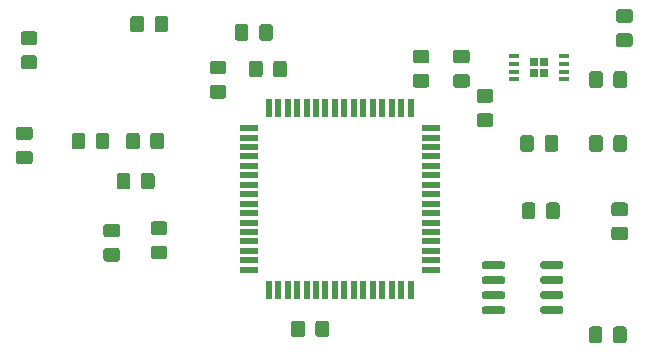
<source format=gbr>
G04 #@! TF.GenerationSoftware,KiCad,Pcbnew,(5.1.5-0-10_14)*
G04 #@! TF.CreationDate,2020-05-10T22:12:37+02:00*
G04 #@! TF.ProjectId,sensor,73656e73-6f72-42e6-9b69-6361645f7063,rev?*
G04 #@! TF.SameCoordinates,Original*
G04 #@! TF.FileFunction,Paste,Top*
G04 #@! TF.FilePolarity,Positive*
%FSLAX46Y46*%
G04 Gerber Fmt 4.6, Leading zero omitted, Abs format (unit mm)*
G04 Created by KiCad (PCBNEW (5.1.5-0-10_14)) date 2020-05-10 22:12:37*
%MOMM*%
%LPD*%
G04 APERTURE LIST*
%ADD10C,0.100000*%
%ADD11R,0.550000X1.500000*%
%ADD12R,1.500000X0.550000*%
%ADD13R,0.660000X0.760000*%
%ADD14R,0.890000X0.420000*%
G04 APERTURE END LIST*
D10*
G36*
X87674505Y-39876204D02*
G01*
X87698773Y-39879804D01*
X87722572Y-39885765D01*
X87745671Y-39894030D01*
X87767850Y-39904520D01*
X87788893Y-39917132D01*
X87808599Y-39931747D01*
X87826777Y-39948223D01*
X87843253Y-39966401D01*
X87857868Y-39986107D01*
X87870480Y-40007150D01*
X87880970Y-40029329D01*
X87889235Y-40052428D01*
X87895196Y-40076227D01*
X87898796Y-40100495D01*
X87900000Y-40124999D01*
X87900000Y-40775001D01*
X87898796Y-40799505D01*
X87895196Y-40823773D01*
X87889235Y-40847572D01*
X87880970Y-40870671D01*
X87870480Y-40892850D01*
X87857868Y-40913893D01*
X87843253Y-40933599D01*
X87826777Y-40951777D01*
X87808599Y-40968253D01*
X87788893Y-40982868D01*
X87767850Y-40995480D01*
X87745671Y-41005970D01*
X87722572Y-41014235D01*
X87698773Y-41020196D01*
X87674505Y-41023796D01*
X87650001Y-41025000D01*
X86749999Y-41025000D01*
X86725495Y-41023796D01*
X86701227Y-41020196D01*
X86677428Y-41014235D01*
X86654329Y-41005970D01*
X86632150Y-40995480D01*
X86611107Y-40982868D01*
X86591401Y-40968253D01*
X86573223Y-40951777D01*
X86556747Y-40933599D01*
X86542132Y-40913893D01*
X86529520Y-40892850D01*
X86519030Y-40870671D01*
X86510765Y-40847572D01*
X86504804Y-40823773D01*
X86501204Y-40799505D01*
X86500000Y-40775001D01*
X86500000Y-40124999D01*
X86501204Y-40100495D01*
X86504804Y-40076227D01*
X86510765Y-40052428D01*
X86519030Y-40029329D01*
X86529520Y-40007150D01*
X86542132Y-39986107D01*
X86556747Y-39966401D01*
X86573223Y-39948223D01*
X86591401Y-39931747D01*
X86611107Y-39917132D01*
X86632150Y-39904520D01*
X86654329Y-39894030D01*
X86677428Y-39885765D01*
X86701227Y-39879804D01*
X86725495Y-39876204D01*
X86749999Y-39875000D01*
X87650001Y-39875000D01*
X87674505Y-39876204D01*
G37*
G36*
X87674505Y-41926204D02*
G01*
X87698773Y-41929804D01*
X87722572Y-41935765D01*
X87745671Y-41944030D01*
X87767850Y-41954520D01*
X87788893Y-41967132D01*
X87808599Y-41981747D01*
X87826777Y-41998223D01*
X87843253Y-42016401D01*
X87857868Y-42036107D01*
X87870480Y-42057150D01*
X87880970Y-42079329D01*
X87889235Y-42102428D01*
X87895196Y-42126227D01*
X87898796Y-42150495D01*
X87900000Y-42174999D01*
X87900000Y-42825001D01*
X87898796Y-42849505D01*
X87895196Y-42873773D01*
X87889235Y-42897572D01*
X87880970Y-42920671D01*
X87870480Y-42942850D01*
X87857868Y-42963893D01*
X87843253Y-42983599D01*
X87826777Y-43001777D01*
X87808599Y-43018253D01*
X87788893Y-43032868D01*
X87767850Y-43045480D01*
X87745671Y-43055970D01*
X87722572Y-43064235D01*
X87698773Y-43070196D01*
X87674505Y-43073796D01*
X87650001Y-43075000D01*
X86749999Y-43075000D01*
X86725495Y-43073796D01*
X86701227Y-43070196D01*
X86677428Y-43064235D01*
X86654329Y-43055970D01*
X86632150Y-43045480D01*
X86611107Y-43032868D01*
X86591401Y-43018253D01*
X86573223Y-43001777D01*
X86556747Y-42983599D01*
X86542132Y-42963893D01*
X86529520Y-42942850D01*
X86519030Y-42920671D01*
X86510765Y-42897572D01*
X86504804Y-42873773D01*
X86501204Y-42849505D01*
X86500000Y-42825001D01*
X86500000Y-42174999D01*
X86501204Y-42150495D01*
X86504804Y-42126227D01*
X86510765Y-42102428D01*
X86519030Y-42079329D01*
X86529520Y-42057150D01*
X86542132Y-42036107D01*
X86556747Y-42016401D01*
X86573223Y-41998223D01*
X86591401Y-41981747D01*
X86611107Y-41967132D01*
X86632150Y-41954520D01*
X86654329Y-41944030D01*
X86677428Y-41935765D01*
X86701227Y-41929804D01*
X86725495Y-41926204D01*
X86749999Y-41925000D01*
X87650001Y-41925000D01*
X87674505Y-41926204D01*
G37*
G36*
X54474505Y-38301204D02*
G01*
X54498773Y-38304804D01*
X54522572Y-38310765D01*
X54545671Y-38319030D01*
X54567850Y-38329520D01*
X54588893Y-38342132D01*
X54608599Y-38356747D01*
X54626777Y-38373223D01*
X54643253Y-38391401D01*
X54657868Y-38411107D01*
X54670480Y-38432150D01*
X54680970Y-38454329D01*
X54689235Y-38477428D01*
X54695196Y-38501227D01*
X54698796Y-38525495D01*
X54700000Y-38549999D01*
X54700000Y-39200001D01*
X54698796Y-39224505D01*
X54695196Y-39248773D01*
X54689235Y-39272572D01*
X54680970Y-39295671D01*
X54670480Y-39317850D01*
X54657868Y-39338893D01*
X54643253Y-39358599D01*
X54626777Y-39376777D01*
X54608599Y-39393253D01*
X54588893Y-39407868D01*
X54567850Y-39420480D01*
X54545671Y-39430970D01*
X54522572Y-39439235D01*
X54498773Y-39445196D01*
X54474505Y-39448796D01*
X54450001Y-39450000D01*
X53549999Y-39450000D01*
X53525495Y-39448796D01*
X53501227Y-39445196D01*
X53477428Y-39439235D01*
X53454329Y-39430970D01*
X53432150Y-39420480D01*
X53411107Y-39407868D01*
X53391401Y-39393253D01*
X53373223Y-39376777D01*
X53356747Y-39358599D01*
X53342132Y-39338893D01*
X53329520Y-39317850D01*
X53319030Y-39295671D01*
X53310765Y-39272572D01*
X53304804Y-39248773D01*
X53301204Y-39224505D01*
X53300000Y-39200001D01*
X53300000Y-38549999D01*
X53301204Y-38525495D01*
X53304804Y-38501227D01*
X53310765Y-38477428D01*
X53319030Y-38454329D01*
X53329520Y-38432150D01*
X53342132Y-38411107D01*
X53356747Y-38391401D01*
X53373223Y-38373223D01*
X53391401Y-38356747D01*
X53411107Y-38342132D01*
X53432150Y-38329520D01*
X53454329Y-38319030D01*
X53477428Y-38310765D01*
X53501227Y-38304804D01*
X53525495Y-38301204D01*
X53549999Y-38300000D01*
X54450001Y-38300000D01*
X54474505Y-38301204D01*
G37*
G36*
X54474505Y-40351204D02*
G01*
X54498773Y-40354804D01*
X54522572Y-40360765D01*
X54545671Y-40369030D01*
X54567850Y-40379520D01*
X54588893Y-40392132D01*
X54608599Y-40406747D01*
X54626777Y-40423223D01*
X54643253Y-40441401D01*
X54657868Y-40461107D01*
X54670480Y-40482150D01*
X54680970Y-40504329D01*
X54689235Y-40527428D01*
X54695196Y-40551227D01*
X54698796Y-40575495D01*
X54700000Y-40599999D01*
X54700000Y-41250001D01*
X54698796Y-41274505D01*
X54695196Y-41298773D01*
X54689235Y-41322572D01*
X54680970Y-41345671D01*
X54670480Y-41367850D01*
X54657868Y-41388893D01*
X54643253Y-41408599D01*
X54626777Y-41426777D01*
X54608599Y-41443253D01*
X54588893Y-41457868D01*
X54567850Y-41470480D01*
X54545671Y-41480970D01*
X54522572Y-41489235D01*
X54498773Y-41495196D01*
X54474505Y-41498796D01*
X54450001Y-41500000D01*
X53549999Y-41500000D01*
X53525495Y-41498796D01*
X53501227Y-41495196D01*
X53477428Y-41489235D01*
X53454329Y-41480970D01*
X53432150Y-41470480D01*
X53411107Y-41457868D01*
X53391401Y-41443253D01*
X53373223Y-41426777D01*
X53356747Y-41408599D01*
X53342132Y-41388893D01*
X53329520Y-41367850D01*
X53319030Y-41345671D01*
X53310765Y-41322572D01*
X53304804Y-41298773D01*
X53301204Y-41274505D01*
X53300000Y-41250001D01*
X53300000Y-40599999D01*
X53301204Y-40575495D01*
X53304804Y-40551227D01*
X53310765Y-40527428D01*
X53319030Y-40504329D01*
X53329520Y-40482150D01*
X53342132Y-40461107D01*
X53356747Y-40441401D01*
X53373223Y-40423223D01*
X53391401Y-40406747D01*
X53411107Y-40392132D01*
X53432150Y-40379520D01*
X53454329Y-40369030D01*
X53477428Y-40360765D01*
X53501227Y-40354804D01*
X53525495Y-40351204D01*
X53549999Y-40350000D01*
X54450001Y-40350000D01*
X54474505Y-40351204D01*
G37*
D11*
X74300000Y-44800000D03*
X75100000Y-44800000D03*
X75900000Y-44800000D03*
X76700000Y-44800000D03*
X77500000Y-44800000D03*
X78300000Y-44800000D03*
X79100000Y-44800000D03*
X79900000Y-44800000D03*
X80700000Y-44800000D03*
X81500000Y-44800000D03*
X82300000Y-44800000D03*
X83100000Y-44800000D03*
X83900000Y-44800000D03*
X84700000Y-44800000D03*
X85500000Y-44800000D03*
X86300000Y-44800000D03*
D12*
X88000000Y-46500000D03*
X88000000Y-47300000D03*
X88000000Y-48100000D03*
X88000000Y-48900000D03*
X88000000Y-49700000D03*
X88000000Y-50500000D03*
X88000000Y-51300000D03*
X88000000Y-52100000D03*
X88000000Y-52900000D03*
X88000000Y-53700000D03*
X88000000Y-54500000D03*
X88000000Y-55300000D03*
X88000000Y-56100000D03*
X88000000Y-56900000D03*
X88000000Y-57700000D03*
X88000000Y-58500000D03*
D11*
X86300000Y-60200000D03*
X85500000Y-60200000D03*
X84700000Y-60200000D03*
X83900000Y-60200000D03*
X83100000Y-60200000D03*
X82300000Y-60200000D03*
X81500000Y-60200000D03*
X80700000Y-60200000D03*
X79900000Y-60200000D03*
X79100000Y-60200000D03*
X78300000Y-60200000D03*
X77500000Y-60200000D03*
X76700000Y-60200000D03*
X75900000Y-60200000D03*
X75100000Y-60200000D03*
X74300000Y-60200000D03*
D12*
X72600000Y-58500000D03*
X72600000Y-57700000D03*
X72600000Y-56900000D03*
X72600000Y-56100000D03*
X72600000Y-55300000D03*
X72600000Y-54500000D03*
X72600000Y-53700000D03*
X72600000Y-52900000D03*
X72600000Y-52100000D03*
X72600000Y-51300000D03*
X72600000Y-50500000D03*
X72600000Y-49700000D03*
X72600000Y-48900000D03*
X72600000Y-48100000D03*
X72600000Y-47300000D03*
X72600000Y-46500000D03*
D10*
G36*
X99114703Y-57795722D02*
G01*
X99129264Y-57797882D01*
X99143543Y-57801459D01*
X99157403Y-57806418D01*
X99170710Y-57812712D01*
X99183336Y-57820280D01*
X99195159Y-57829048D01*
X99206066Y-57838934D01*
X99215952Y-57849841D01*
X99224720Y-57861664D01*
X99232288Y-57874290D01*
X99238582Y-57887597D01*
X99243541Y-57901457D01*
X99247118Y-57915736D01*
X99249278Y-57930297D01*
X99250000Y-57945000D01*
X99250000Y-58245000D01*
X99249278Y-58259703D01*
X99247118Y-58274264D01*
X99243541Y-58288543D01*
X99238582Y-58302403D01*
X99232288Y-58315710D01*
X99224720Y-58328336D01*
X99215952Y-58340159D01*
X99206066Y-58351066D01*
X99195159Y-58360952D01*
X99183336Y-58369720D01*
X99170710Y-58377288D01*
X99157403Y-58383582D01*
X99143543Y-58388541D01*
X99129264Y-58392118D01*
X99114703Y-58394278D01*
X99100000Y-58395000D01*
X97450000Y-58395000D01*
X97435297Y-58394278D01*
X97420736Y-58392118D01*
X97406457Y-58388541D01*
X97392597Y-58383582D01*
X97379290Y-58377288D01*
X97366664Y-58369720D01*
X97354841Y-58360952D01*
X97343934Y-58351066D01*
X97334048Y-58340159D01*
X97325280Y-58328336D01*
X97317712Y-58315710D01*
X97311418Y-58302403D01*
X97306459Y-58288543D01*
X97302882Y-58274264D01*
X97300722Y-58259703D01*
X97300000Y-58245000D01*
X97300000Y-57945000D01*
X97300722Y-57930297D01*
X97302882Y-57915736D01*
X97306459Y-57901457D01*
X97311418Y-57887597D01*
X97317712Y-57874290D01*
X97325280Y-57861664D01*
X97334048Y-57849841D01*
X97343934Y-57838934D01*
X97354841Y-57829048D01*
X97366664Y-57820280D01*
X97379290Y-57812712D01*
X97392597Y-57806418D01*
X97406457Y-57801459D01*
X97420736Y-57797882D01*
X97435297Y-57795722D01*
X97450000Y-57795000D01*
X99100000Y-57795000D01*
X99114703Y-57795722D01*
G37*
G36*
X99114703Y-59065722D02*
G01*
X99129264Y-59067882D01*
X99143543Y-59071459D01*
X99157403Y-59076418D01*
X99170710Y-59082712D01*
X99183336Y-59090280D01*
X99195159Y-59099048D01*
X99206066Y-59108934D01*
X99215952Y-59119841D01*
X99224720Y-59131664D01*
X99232288Y-59144290D01*
X99238582Y-59157597D01*
X99243541Y-59171457D01*
X99247118Y-59185736D01*
X99249278Y-59200297D01*
X99250000Y-59215000D01*
X99250000Y-59515000D01*
X99249278Y-59529703D01*
X99247118Y-59544264D01*
X99243541Y-59558543D01*
X99238582Y-59572403D01*
X99232288Y-59585710D01*
X99224720Y-59598336D01*
X99215952Y-59610159D01*
X99206066Y-59621066D01*
X99195159Y-59630952D01*
X99183336Y-59639720D01*
X99170710Y-59647288D01*
X99157403Y-59653582D01*
X99143543Y-59658541D01*
X99129264Y-59662118D01*
X99114703Y-59664278D01*
X99100000Y-59665000D01*
X97450000Y-59665000D01*
X97435297Y-59664278D01*
X97420736Y-59662118D01*
X97406457Y-59658541D01*
X97392597Y-59653582D01*
X97379290Y-59647288D01*
X97366664Y-59639720D01*
X97354841Y-59630952D01*
X97343934Y-59621066D01*
X97334048Y-59610159D01*
X97325280Y-59598336D01*
X97317712Y-59585710D01*
X97311418Y-59572403D01*
X97306459Y-59558543D01*
X97302882Y-59544264D01*
X97300722Y-59529703D01*
X97300000Y-59515000D01*
X97300000Y-59215000D01*
X97300722Y-59200297D01*
X97302882Y-59185736D01*
X97306459Y-59171457D01*
X97311418Y-59157597D01*
X97317712Y-59144290D01*
X97325280Y-59131664D01*
X97334048Y-59119841D01*
X97343934Y-59108934D01*
X97354841Y-59099048D01*
X97366664Y-59090280D01*
X97379290Y-59082712D01*
X97392597Y-59076418D01*
X97406457Y-59071459D01*
X97420736Y-59067882D01*
X97435297Y-59065722D01*
X97450000Y-59065000D01*
X99100000Y-59065000D01*
X99114703Y-59065722D01*
G37*
G36*
X99114703Y-60335722D02*
G01*
X99129264Y-60337882D01*
X99143543Y-60341459D01*
X99157403Y-60346418D01*
X99170710Y-60352712D01*
X99183336Y-60360280D01*
X99195159Y-60369048D01*
X99206066Y-60378934D01*
X99215952Y-60389841D01*
X99224720Y-60401664D01*
X99232288Y-60414290D01*
X99238582Y-60427597D01*
X99243541Y-60441457D01*
X99247118Y-60455736D01*
X99249278Y-60470297D01*
X99250000Y-60485000D01*
X99250000Y-60785000D01*
X99249278Y-60799703D01*
X99247118Y-60814264D01*
X99243541Y-60828543D01*
X99238582Y-60842403D01*
X99232288Y-60855710D01*
X99224720Y-60868336D01*
X99215952Y-60880159D01*
X99206066Y-60891066D01*
X99195159Y-60900952D01*
X99183336Y-60909720D01*
X99170710Y-60917288D01*
X99157403Y-60923582D01*
X99143543Y-60928541D01*
X99129264Y-60932118D01*
X99114703Y-60934278D01*
X99100000Y-60935000D01*
X97450000Y-60935000D01*
X97435297Y-60934278D01*
X97420736Y-60932118D01*
X97406457Y-60928541D01*
X97392597Y-60923582D01*
X97379290Y-60917288D01*
X97366664Y-60909720D01*
X97354841Y-60900952D01*
X97343934Y-60891066D01*
X97334048Y-60880159D01*
X97325280Y-60868336D01*
X97317712Y-60855710D01*
X97311418Y-60842403D01*
X97306459Y-60828543D01*
X97302882Y-60814264D01*
X97300722Y-60799703D01*
X97300000Y-60785000D01*
X97300000Y-60485000D01*
X97300722Y-60470297D01*
X97302882Y-60455736D01*
X97306459Y-60441457D01*
X97311418Y-60427597D01*
X97317712Y-60414290D01*
X97325280Y-60401664D01*
X97334048Y-60389841D01*
X97343934Y-60378934D01*
X97354841Y-60369048D01*
X97366664Y-60360280D01*
X97379290Y-60352712D01*
X97392597Y-60346418D01*
X97406457Y-60341459D01*
X97420736Y-60337882D01*
X97435297Y-60335722D01*
X97450000Y-60335000D01*
X99100000Y-60335000D01*
X99114703Y-60335722D01*
G37*
G36*
X99114703Y-61605722D02*
G01*
X99129264Y-61607882D01*
X99143543Y-61611459D01*
X99157403Y-61616418D01*
X99170710Y-61622712D01*
X99183336Y-61630280D01*
X99195159Y-61639048D01*
X99206066Y-61648934D01*
X99215952Y-61659841D01*
X99224720Y-61671664D01*
X99232288Y-61684290D01*
X99238582Y-61697597D01*
X99243541Y-61711457D01*
X99247118Y-61725736D01*
X99249278Y-61740297D01*
X99250000Y-61755000D01*
X99250000Y-62055000D01*
X99249278Y-62069703D01*
X99247118Y-62084264D01*
X99243541Y-62098543D01*
X99238582Y-62112403D01*
X99232288Y-62125710D01*
X99224720Y-62138336D01*
X99215952Y-62150159D01*
X99206066Y-62161066D01*
X99195159Y-62170952D01*
X99183336Y-62179720D01*
X99170710Y-62187288D01*
X99157403Y-62193582D01*
X99143543Y-62198541D01*
X99129264Y-62202118D01*
X99114703Y-62204278D01*
X99100000Y-62205000D01*
X97450000Y-62205000D01*
X97435297Y-62204278D01*
X97420736Y-62202118D01*
X97406457Y-62198541D01*
X97392597Y-62193582D01*
X97379290Y-62187288D01*
X97366664Y-62179720D01*
X97354841Y-62170952D01*
X97343934Y-62161066D01*
X97334048Y-62150159D01*
X97325280Y-62138336D01*
X97317712Y-62125710D01*
X97311418Y-62112403D01*
X97306459Y-62098543D01*
X97302882Y-62084264D01*
X97300722Y-62069703D01*
X97300000Y-62055000D01*
X97300000Y-61755000D01*
X97300722Y-61740297D01*
X97302882Y-61725736D01*
X97306459Y-61711457D01*
X97311418Y-61697597D01*
X97317712Y-61684290D01*
X97325280Y-61671664D01*
X97334048Y-61659841D01*
X97343934Y-61648934D01*
X97354841Y-61639048D01*
X97366664Y-61630280D01*
X97379290Y-61622712D01*
X97392597Y-61616418D01*
X97406457Y-61611459D01*
X97420736Y-61607882D01*
X97435297Y-61605722D01*
X97450000Y-61605000D01*
X99100000Y-61605000D01*
X99114703Y-61605722D01*
G37*
G36*
X94164703Y-61605722D02*
G01*
X94179264Y-61607882D01*
X94193543Y-61611459D01*
X94207403Y-61616418D01*
X94220710Y-61622712D01*
X94233336Y-61630280D01*
X94245159Y-61639048D01*
X94256066Y-61648934D01*
X94265952Y-61659841D01*
X94274720Y-61671664D01*
X94282288Y-61684290D01*
X94288582Y-61697597D01*
X94293541Y-61711457D01*
X94297118Y-61725736D01*
X94299278Y-61740297D01*
X94300000Y-61755000D01*
X94300000Y-62055000D01*
X94299278Y-62069703D01*
X94297118Y-62084264D01*
X94293541Y-62098543D01*
X94288582Y-62112403D01*
X94282288Y-62125710D01*
X94274720Y-62138336D01*
X94265952Y-62150159D01*
X94256066Y-62161066D01*
X94245159Y-62170952D01*
X94233336Y-62179720D01*
X94220710Y-62187288D01*
X94207403Y-62193582D01*
X94193543Y-62198541D01*
X94179264Y-62202118D01*
X94164703Y-62204278D01*
X94150000Y-62205000D01*
X92500000Y-62205000D01*
X92485297Y-62204278D01*
X92470736Y-62202118D01*
X92456457Y-62198541D01*
X92442597Y-62193582D01*
X92429290Y-62187288D01*
X92416664Y-62179720D01*
X92404841Y-62170952D01*
X92393934Y-62161066D01*
X92384048Y-62150159D01*
X92375280Y-62138336D01*
X92367712Y-62125710D01*
X92361418Y-62112403D01*
X92356459Y-62098543D01*
X92352882Y-62084264D01*
X92350722Y-62069703D01*
X92350000Y-62055000D01*
X92350000Y-61755000D01*
X92350722Y-61740297D01*
X92352882Y-61725736D01*
X92356459Y-61711457D01*
X92361418Y-61697597D01*
X92367712Y-61684290D01*
X92375280Y-61671664D01*
X92384048Y-61659841D01*
X92393934Y-61648934D01*
X92404841Y-61639048D01*
X92416664Y-61630280D01*
X92429290Y-61622712D01*
X92442597Y-61616418D01*
X92456457Y-61611459D01*
X92470736Y-61607882D01*
X92485297Y-61605722D01*
X92500000Y-61605000D01*
X94150000Y-61605000D01*
X94164703Y-61605722D01*
G37*
G36*
X94164703Y-60335722D02*
G01*
X94179264Y-60337882D01*
X94193543Y-60341459D01*
X94207403Y-60346418D01*
X94220710Y-60352712D01*
X94233336Y-60360280D01*
X94245159Y-60369048D01*
X94256066Y-60378934D01*
X94265952Y-60389841D01*
X94274720Y-60401664D01*
X94282288Y-60414290D01*
X94288582Y-60427597D01*
X94293541Y-60441457D01*
X94297118Y-60455736D01*
X94299278Y-60470297D01*
X94300000Y-60485000D01*
X94300000Y-60785000D01*
X94299278Y-60799703D01*
X94297118Y-60814264D01*
X94293541Y-60828543D01*
X94288582Y-60842403D01*
X94282288Y-60855710D01*
X94274720Y-60868336D01*
X94265952Y-60880159D01*
X94256066Y-60891066D01*
X94245159Y-60900952D01*
X94233336Y-60909720D01*
X94220710Y-60917288D01*
X94207403Y-60923582D01*
X94193543Y-60928541D01*
X94179264Y-60932118D01*
X94164703Y-60934278D01*
X94150000Y-60935000D01*
X92500000Y-60935000D01*
X92485297Y-60934278D01*
X92470736Y-60932118D01*
X92456457Y-60928541D01*
X92442597Y-60923582D01*
X92429290Y-60917288D01*
X92416664Y-60909720D01*
X92404841Y-60900952D01*
X92393934Y-60891066D01*
X92384048Y-60880159D01*
X92375280Y-60868336D01*
X92367712Y-60855710D01*
X92361418Y-60842403D01*
X92356459Y-60828543D01*
X92352882Y-60814264D01*
X92350722Y-60799703D01*
X92350000Y-60785000D01*
X92350000Y-60485000D01*
X92350722Y-60470297D01*
X92352882Y-60455736D01*
X92356459Y-60441457D01*
X92361418Y-60427597D01*
X92367712Y-60414290D01*
X92375280Y-60401664D01*
X92384048Y-60389841D01*
X92393934Y-60378934D01*
X92404841Y-60369048D01*
X92416664Y-60360280D01*
X92429290Y-60352712D01*
X92442597Y-60346418D01*
X92456457Y-60341459D01*
X92470736Y-60337882D01*
X92485297Y-60335722D01*
X92500000Y-60335000D01*
X94150000Y-60335000D01*
X94164703Y-60335722D01*
G37*
G36*
X94164703Y-59065722D02*
G01*
X94179264Y-59067882D01*
X94193543Y-59071459D01*
X94207403Y-59076418D01*
X94220710Y-59082712D01*
X94233336Y-59090280D01*
X94245159Y-59099048D01*
X94256066Y-59108934D01*
X94265952Y-59119841D01*
X94274720Y-59131664D01*
X94282288Y-59144290D01*
X94288582Y-59157597D01*
X94293541Y-59171457D01*
X94297118Y-59185736D01*
X94299278Y-59200297D01*
X94300000Y-59215000D01*
X94300000Y-59515000D01*
X94299278Y-59529703D01*
X94297118Y-59544264D01*
X94293541Y-59558543D01*
X94288582Y-59572403D01*
X94282288Y-59585710D01*
X94274720Y-59598336D01*
X94265952Y-59610159D01*
X94256066Y-59621066D01*
X94245159Y-59630952D01*
X94233336Y-59639720D01*
X94220710Y-59647288D01*
X94207403Y-59653582D01*
X94193543Y-59658541D01*
X94179264Y-59662118D01*
X94164703Y-59664278D01*
X94150000Y-59665000D01*
X92500000Y-59665000D01*
X92485297Y-59664278D01*
X92470736Y-59662118D01*
X92456457Y-59658541D01*
X92442597Y-59653582D01*
X92429290Y-59647288D01*
X92416664Y-59639720D01*
X92404841Y-59630952D01*
X92393934Y-59621066D01*
X92384048Y-59610159D01*
X92375280Y-59598336D01*
X92367712Y-59585710D01*
X92361418Y-59572403D01*
X92356459Y-59558543D01*
X92352882Y-59544264D01*
X92350722Y-59529703D01*
X92350000Y-59515000D01*
X92350000Y-59215000D01*
X92350722Y-59200297D01*
X92352882Y-59185736D01*
X92356459Y-59171457D01*
X92361418Y-59157597D01*
X92367712Y-59144290D01*
X92375280Y-59131664D01*
X92384048Y-59119841D01*
X92393934Y-59108934D01*
X92404841Y-59099048D01*
X92416664Y-59090280D01*
X92429290Y-59082712D01*
X92442597Y-59076418D01*
X92456457Y-59071459D01*
X92470736Y-59067882D01*
X92485297Y-59065722D01*
X92500000Y-59065000D01*
X94150000Y-59065000D01*
X94164703Y-59065722D01*
G37*
G36*
X94164703Y-57795722D02*
G01*
X94179264Y-57797882D01*
X94193543Y-57801459D01*
X94207403Y-57806418D01*
X94220710Y-57812712D01*
X94233336Y-57820280D01*
X94245159Y-57829048D01*
X94256066Y-57838934D01*
X94265952Y-57849841D01*
X94274720Y-57861664D01*
X94282288Y-57874290D01*
X94288582Y-57887597D01*
X94293541Y-57901457D01*
X94297118Y-57915736D01*
X94299278Y-57930297D01*
X94300000Y-57945000D01*
X94300000Y-58245000D01*
X94299278Y-58259703D01*
X94297118Y-58274264D01*
X94293541Y-58288543D01*
X94288582Y-58302403D01*
X94282288Y-58315710D01*
X94274720Y-58328336D01*
X94265952Y-58340159D01*
X94256066Y-58351066D01*
X94245159Y-58360952D01*
X94233336Y-58369720D01*
X94220710Y-58377288D01*
X94207403Y-58383582D01*
X94193543Y-58388541D01*
X94179264Y-58392118D01*
X94164703Y-58394278D01*
X94150000Y-58395000D01*
X92500000Y-58395000D01*
X92485297Y-58394278D01*
X92470736Y-58392118D01*
X92456457Y-58388541D01*
X92442597Y-58383582D01*
X92429290Y-58377288D01*
X92416664Y-58369720D01*
X92404841Y-58360952D01*
X92393934Y-58351066D01*
X92384048Y-58340159D01*
X92375280Y-58328336D01*
X92367712Y-58315710D01*
X92361418Y-58302403D01*
X92356459Y-58288543D01*
X92352882Y-58274264D01*
X92350722Y-58259703D01*
X92350000Y-58245000D01*
X92350000Y-57945000D01*
X92350722Y-57930297D01*
X92352882Y-57915736D01*
X92356459Y-57901457D01*
X92361418Y-57887597D01*
X92367712Y-57874290D01*
X92375280Y-57861664D01*
X92384048Y-57849841D01*
X92393934Y-57838934D01*
X92404841Y-57829048D01*
X92416664Y-57820280D01*
X92429290Y-57812712D01*
X92442597Y-57806418D01*
X92456457Y-57801459D01*
X92470736Y-57797882D01*
X92485297Y-57795722D01*
X92500000Y-57795000D01*
X94150000Y-57795000D01*
X94164703Y-57795722D01*
G37*
D13*
X97620000Y-40930000D03*
X96780000Y-40930000D03*
X96780000Y-41870000D03*
X97620000Y-41870000D03*
D14*
X99305000Y-40425000D03*
X99305000Y-41075000D03*
X99305000Y-41725000D03*
X99305000Y-42375000D03*
X95095000Y-42375000D03*
X95095000Y-41725000D03*
X95095000Y-41075000D03*
X95095000Y-40425000D03*
D10*
G36*
X104474505Y-52801204D02*
G01*
X104498773Y-52804804D01*
X104522572Y-52810765D01*
X104545671Y-52819030D01*
X104567850Y-52829520D01*
X104588893Y-52842132D01*
X104608599Y-52856747D01*
X104626777Y-52873223D01*
X104643253Y-52891401D01*
X104657868Y-52911107D01*
X104670480Y-52932150D01*
X104680970Y-52954329D01*
X104689235Y-52977428D01*
X104695196Y-53001227D01*
X104698796Y-53025495D01*
X104700000Y-53049999D01*
X104700000Y-53700001D01*
X104698796Y-53724505D01*
X104695196Y-53748773D01*
X104689235Y-53772572D01*
X104680970Y-53795671D01*
X104670480Y-53817850D01*
X104657868Y-53838893D01*
X104643253Y-53858599D01*
X104626777Y-53876777D01*
X104608599Y-53893253D01*
X104588893Y-53907868D01*
X104567850Y-53920480D01*
X104545671Y-53930970D01*
X104522572Y-53939235D01*
X104498773Y-53945196D01*
X104474505Y-53948796D01*
X104450001Y-53950000D01*
X103549999Y-53950000D01*
X103525495Y-53948796D01*
X103501227Y-53945196D01*
X103477428Y-53939235D01*
X103454329Y-53930970D01*
X103432150Y-53920480D01*
X103411107Y-53907868D01*
X103391401Y-53893253D01*
X103373223Y-53876777D01*
X103356747Y-53858599D01*
X103342132Y-53838893D01*
X103329520Y-53817850D01*
X103319030Y-53795671D01*
X103310765Y-53772572D01*
X103304804Y-53748773D01*
X103301204Y-53724505D01*
X103300000Y-53700001D01*
X103300000Y-53049999D01*
X103301204Y-53025495D01*
X103304804Y-53001227D01*
X103310765Y-52977428D01*
X103319030Y-52954329D01*
X103329520Y-52932150D01*
X103342132Y-52911107D01*
X103356747Y-52891401D01*
X103373223Y-52873223D01*
X103391401Y-52856747D01*
X103411107Y-52842132D01*
X103432150Y-52829520D01*
X103454329Y-52819030D01*
X103477428Y-52810765D01*
X103501227Y-52804804D01*
X103525495Y-52801204D01*
X103549999Y-52800000D01*
X104450001Y-52800000D01*
X104474505Y-52801204D01*
G37*
G36*
X104474505Y-54851204D02*
G01*
X104498773Y-54854804D01*
X104522572Y-54860765D01*
X104545671Y-54869030D01*
X104567850Y-54879520D01*
X104588893Y-54892132D01*
X104608599Y-54906747D01*
X104626777Y-54923223D01*
X104643253Y-54941401D01*
X104657868Y-54961107D01*
X104670480Y-54982150D01*
X104680970Y-55004329D01*
X104689235Y-55027428D01*
X104695196Y-55051227D01*
X104698796Y-55075495D01*
X104700000Y-55099999D01*
X104700000Y-55750001D01*
X104698796Y-55774505D01*
X104695196Y-55798773D01*
X104689235Y-55822572D01*
X104680970Y-55845671D01*
X104670480Y-55867850D01*
X104657868Y-55888893D01*
X104643253Y-55908599D01*
X104626777Y-55926777D01*
X104608599Y-55943253D01*
X104588893Y-55957868D01*
X104567850Y-55970480D01*
X104545671Y-55980970D01*
X104522572Y-55989235D01*
X104498773Y-55995196D01*
X104474505Y-55998796D01*
X104450001Y-56000000D01*
X103549999Y-56000000D01*
X103525495Y-55998796D01*
X103501227Y-55995196D01*
X103477428Y-55989235D01*
X103454329Y-55980970D01*
X103432150Y-55970480D01*
X103411107Y-55957868D01*
X103391401Y-55943253D01*
X103373223Y-55926777D01*
X103356747Y-55908599D01*
X103342132Y-55888893D01*
X103329520Y-55867850D01*
X103319030Y-55845671D01*
X103310765Y-55822572D01*
X103304804Y-55798773D01*
X103301204Y-55774505D01*
X103300000Y-55750001D01*
X103300000Y-55099999D01*
X103301204Y-55075495D01*
X103304804Y-55051227D01*
X103310765Y-55027428D01*
X103319030Y-55004329D01*
X103329520Y-54982150D01*
X103342132Y-54961107D01*
X103356747Y-54941401D01*
X103373223Y-54923223D01*
X103391401Y-54906747D01*
X103411107Y-54892132D01*
X103432150Y-54879520D01*
X103454329Y-54869030D01*
X103477428Y-54860765D01*
X103501227Y-54854804D01*
X103525495Y-54851204D01*
X103549999Y-54850000D01*
X104450001Y-54850000D01*
X104474505Y-54851204D01*
G37*
G36*
X65199505Y-46901204D02*
G01*
X65223773Y-46904804D01*
X65247572Y-46910765D01*
X65270671Y-46919030D01*
X65292850Y-46929520D01*
X65313893Y-46942132D01*
X65333599Y-46956747D01*
X65351777Y-46973223D01*
X65368253Y-46991401D01*
X65382868Y-47011107D01*
X65395480Y-47032150D01*
X65405970Y-47054329D01*
X65414235Y-47077428D01*
X65420196Y-47101227D01*
X65423796Y-47125495D01*
X65425000Y-47149999D01*
X65425000Y-48050001D01*
X65423796Y-48074505D01*
X65420196Y-48098773D01*
X65414235Y-48122572D01*
X65405970Y-48145671D01*
X65395480Y-48167850D01*
X65382868Y-48188893D01*
X65368253Y-48208599D01*
X65351777Y-48226777D01*
X65333599Y-48243253D01*
X65313893Y-48257868D01*
X65292850Y-48270480D01*
X65270671Y-48280970D01*
X65247572Y-48289235D01*
X65223773Y-48295196D01*
X65199505Y-48298796D01*
X65175001Y-48300000D01*
X64524999Y-48300000D01*
X64500495Y-48298796D01*
X64476227Y-48295196D01*
X64452428Y-48289235D01*
X64429329Y-48280970D01*
X64407150Y-48270480D01*
X64386107Y-48257868D01*
X64366401Y-48243253D01*
X64348223Y-48226777D01*
X64331747Y-48208599D01*
X64317132Y-48188893D01*
X64304520Y-48167850D01*
X64294030Y-48145671D01*
X64285765Y-48122572D01*
X64279804Y-48098773D01*
X64276204Y-48074505D01*
X64275000Y-48050001D01*
X64275000Y-47149999D01*
X64276204Y-47125495D01*
X64279804Y-47101227D01*
X64285765Y-47077428D01*
X64294030Y-47054329D01*
X64304520Y-47032150D01*
X64317132Y-47011107D01*
X64331747Y-46991401D01*
X64348223Y-46973223D01*
X64366401Y-46956747D01*
X64386107Y-46942132D01*
X64407150Y-46929520D01*
X64429329Y-46919030D01*
X64452428Y-46910765D01*
X64476227Y-46904804D01*
X64500495Y-46901204D01*
X64524999Y-46900000D01*
X65175001Y-46900000D01*
X65199505Y-46901204D01*
G37*
G36*
X63149505Y-46901204D02*
G01*
X63173773Y-46904804D01*
X63197572Y-46910765D01*
X63220671Y-46919030D01*
X63242850Y-46929520D01*
X63263893Y-46942132D01*
X63283599Y-46956747D01*
X63301777Y-46973223D01*
X63318253Y-46991401D01*
X63332868Y-47011107D01*
X63345480Y-47032150D01*
X63355970Y-47054329D01*
X63364235Y-47077428D01*
X63370196Y-47101227D01*
X63373796Y-47125495D01*
X63375000Y-47149999D01*
X63375000Y-48050001D01*
X63373796Y-48074505D01*
X63370196Y-48098773D01*
X63364235Y-48122572D01*
X63355970Y-48145671D01*
X63345480Y-48167850D01*
X63332868Y-48188893D01*
X63318253Y-48208599D01*
X63301777Y-48226777D01*
X63283599Y-48243253D01*
X63263893Y-48257868D01*
X63242850Y-48270480D01*
X63220671Y-48280970D01*
X63197572Y-48289235D01*
X63173773Y-48295196D01*
X63149505Y-48298796D01*
X63125001Y-48300000D01*
X62474999Y-48300000D01*
X62450495Y-48298796D01*
X62426227Y-48295196D01*
X62402428Y-48289235D01*
X62379329Y-48280970D01*
X62357150Y-48270480D01*
X62336107Y-48257868D01*
X62316401Y-48243253D01*
X62298223Y-48226777D01*
X62281747Y-48208599D01*
X62267132Y-48188893D01*
X62254520Y-48167850D01*
X62244030Y-48145671D01*
X62235765Y-48122572D01*
X62229804Y-48098773D01*
X62226204Y-48074505D01*
X62225000Y-48050001D01*
X62225000Y-47149999D01*
X62226204Y-47125495D01*
X62229804Y-47101227D01*
X62235765Y-47077428D01*
X62244030Y-47054329D01*
X62254520Y-47032150D01*
X62267132Y-47011107D01*
X62281747Y-46991401D01*
X62298223Y-46973223D01*
X62316401Y-46956747D01*
X62336107Y-46942132D01*
X62357150Y-46929520D01*
X62379329Y-46919030D01*
X62402428Y-46910765D01*
X62426227Y-46904804D01*
X62450495Y-46901204D01*
X62474999Y-46900000D01*
X63125001Y-46900000D01*
X63149505Y-46901204D01*
G37*
G36*
X64399505Y-50301204D02*
G01*
X64423773Y-50304804D01*
X64447572Y-50310765D01*
X64470671Y-50319030D01*
X64492850Y-50329520D01*
X64513893Y-50342132D01*
X64533599Y-50356747D01*
X64551777Y-50373223D01*
X64568253Y-50391401D01*
X64582868Y-50411107D01*
X64595480Y-50432150D01*
X64605970Y-50454329D01*
X64614235Y-50477428D01*
X64620196Y-50501227D01*
X64623796Y-50525495D01*
X64625000Y-50549999D01*
X64625000Y-51450001D01*
X64623796Y-51474505D01*
X64620196Y-51498773D01*
X64614235Y-51522572D01*
X64605970Y-51545671D01*
X64595480Y-51567850D01*
X64582868Y-51588893D01*
X64568253Y-51608599D01*
X64551777Y-51626777D01*
X64533599Y-51643253D01*
X64513893Y-51657868D01*
X64492850Y-51670480D01*
X64470671Y-51680970D01*
X64447572Y-51689235D01*
X64423773Y-51695196D01*
X64399505Y-51698796D01*
X64375001Y-51700000D01*
X63724999Y-51700000D01*
X63700495Y-51698796D01*
X63676227Y-51695196D01*
X63652428Y-51689235D01*
X63629329Y-51680970D01*
X63607150Y-51670480D01*
X63586107Y-51657868D01*
X63566401Y-51643253D01*
X63548223Y-51626777D01*
X63531747Y-51608599D01*
X63517132Y-51588893D01*
X63504520Y-51567850D01*
X63494030Y-51545671D01*
X63485765Y-51522572D01*
X63479804Y-51498773D01*
X63476204Y-51474505D01*
X63475000Y-51450001D01*
X63475000Y-50549999D01*
X63476204Y-50525495D01*
X63479804Y-50501227D01*
X63485765Y-50477428D01*
X63494030Y-50454329D01*
X63504520Y-50432150D01*
X63517132Y-50411107D01*
X63531747Y-50391401D01*
X63548223Y-50373223D01*
X63566401Y-50356747D01*
X63586107Y-50342132D01*
X63607150Y-50329520D01*
X63629329Y-50319030D01*
X63652428Y-50310765D01*
X63676227Y-50304804D01*
X63700495Y-50301204D01*
X63724999Y-50300000D01*
X64375001Y-50300000D01*
X64399505Y-50301204D01*
G37*
G36*
X62349505Y-50301204D02*
G01*
X62373773Y-50304804D01*
X62397572Y-50310765D01*
X62420671Y-50319030D01*
X62442850Y-50329520D01*
X62463893Y-50342132D01*
X62483599Y-50356747D01*
X62501777Y-50373223D01*
X62518253Y-50391401D01*
X62532868Y-50411107D01*
X62545480Y-50432150D01*
X62555970Y-50454329D01*
X62564235Y-50477428D01*
X62570196Y-50501227D01*
X62573796Y-50525495D01*
X62575000Y-50549999D01*
X62575000Y-51450001D01*
X62573796Y-51474505D01*
X62570196Y-51498773D01*
X62564235Y-51522572D01*
X62555970Y-51545671D01*
X62545480Y-51567850D01*
X62532868Y-51588893D01*
X62518253Y-51608599D01*
X62501777Y-51626777D01*
X62483599Y-51643253D01*
X62463893Y-51657868D01*
X62442850Y-51670480D01*
X62420671Y-51680970D01*
X62397572Y-51689235D01*
X62373773Y-51695196D01*
X62349505Y-51698796D01*
X62325001Y-51700000D01*
X61674999Y-51700000D01*
X61650495Y-51698796D01*
X61626227Y-51695196D01*
X61602428Y-51689235D01*
X61579329Y-51680970D01*
X61557150Y-51670480D01*
X61536107Y-51657868D01*
X61516401Y-51643253D01*
X61498223Y-51626777D01*
X61481747Y-51608599D01*
X61467132Y-51588893D01*
X61454520Y-51567850D01*
X61444030Y-51545671D01*
X61435765Y-51522572D01*
X61429804Y-51498773D01*
X61426204Y-51474505D01*
X61425000Y-51450001D01*
X61425000Y-50549999D01*
X61426204Y-50525495D01*
X61429804Y-50501227D01*
X61435765Y-50477428D01*
X61444030Y-50454329D01*
X61454520Y-50432150D01*
X61467132Y-50411107D01*
X61481747Y-50391401D01*
X61498223Y-50373223D01*
X61516401Y-50356747D01*
X61536107Y-50342132D01*
X61557150Y-50329520D01*
X61579329Y-50319030D01*
X61602428Y-50310765D01*
X61626227Y-50304804D01*
X61650495Y-50301204D01*
X61674999Y-50300000D01*
X62325001Y-50300000D01*
X62349505Y-50301204D01*
G37*
G36*
X104399505Y-47101204D02*
G01*
X104423773Y-47104804D01*
X104447572Y-47110765D01*
X104470671Y-47119030D01*
X104492850Y-47129520D01*
X104513893Y-47142132D01*
X104533599Y-47156747D01*
X104551777Y-47173223D01*
X104568253Y-47191401D01*
X104582868Y-47211107D01*
X104595480Y-47232150D01*
X104605970Y-47254329D01*
X104614235Y-47277428D01*
X104620196Y-47301227D01*
X104623796Y-47325495D01*
X104625000Y-47349999D01*
X104625000Y-48250001D01*
X104623796Y-48274505D01*
X104620196Y-48298773D01*
X104614235Y-48322572D01*
X104605970Y-48345671D01*
X104595480Y-48367850D01*
X104582868Y-48388893D01*
X104568253Y-48408599D01*
X104551777Y-48426777D01*
X104533599Y-48443253D01*
X104513893Y-48457868D01*
X104492850Y-48470480D01*
X104470671Y-48480970D01*
X104447572Y-48489235D01*
X104423773Y-48495196D01*
X104399505Y-48498796D01*
X104375001Y-48500000D01*
X103724999Y-48500000D01*
X103700495Y-48498796D01*
X103676227Y-48495196D01*
X103652428Y-48489235D01*
X103629329Y-48480970D01*
X103607150Y-48470480D01*
X103586107Y-48457868D01*
X103566401Y-48443253D01*
X103548223Y-48426777D01*
X103531747Y-48408599D01*
X103517132Y-48388893D01*
X103504520Y-48367850D01*
X103494030Y-48345671D01*
X103485765Y-48322572D01*
X103479804Y-48298773D01*
X103476204Y-48274505D01*
X103475000Y-48250001D01*
X103475000Y-47349999D01*
X103476204Y-47325495D01*
X103479804Y-47301227D01*
X103485765Y-47277428D01*
X103494030Y-47254329D01*
X103504520Y-47232150D01*
X103517132Y-47211107D01*
X103531747Y-47191401D01*
X103548223Y-47173223D01*
X103566401Y-47156747D01*
X103586107Y-47142132D01*
X103607150Y-47129520D01*
X103629329Y-47119030D01*
X103652428Y-47110765D01*
X103676227Y-47104804D01*
X103700495Y-47101204D01*
X103724999Y-47100000D01*
X104375001Y-47100000D01*
X104399505Y-47101204D01*
G37*
G36*
X102349505Y-47101204D02*
G01*
X102373773Y-47104804D01*
X102397572Y-47110765D01*
X102420671Y-47119030D01*
X102442850Y-47129520D01*
X102463893Y-47142132D01*
X102483599Y-47156747D01*
X102501777Y-47173223D01*
X102518253Y-47191401D01*
X102532868Y-47211107D01*
X102545480Y-47232150D01*
X102555970Y-47254329D01*
X102564235Y-47277428D01*
X102570196Y-47301227D01*
X102573796Y-47325495D01*
X102575000Y-47349999D01*
X102575000Y-48250001D01*
X102573796Y-48274505D01*
X102570196Y-48298773D01*
X102564235Y-48322572D01*
X102555970Y-48345671D01*
X102545480Y-48367850D01*
X102532868Y-48388893D01*
X102518253Y-48408599D01*
X102501777Y-48426777D01*
X102483599Y-48443253D01*
X102463893Y-48457868D01*
X102442850Y-48470480D01*
X102420671Y-48480970D01*
X102397572Y-48489235D01*
X102373773Y-48495196D01*
X102349505Y-48498796D01*
X102325001Y-48500000D01*
X101674999Y-48500000D01*
X101650495Y-48498796D01*
X101626227Y-48495196D01*
X101602428Y-48489235D01*
X101579329Y-48480970D01*
X101557150Y-48470480D01*
X101536107Y-48457868D01*
X101516401Y-48443253D01*
X101498223Y-48426777D01*
X101481747Y-48408599D01*
X101467132Y-48388893D01*
X101454520Y-48367850D01*
X101444030Y-48345671D01*
X101435765Y-48322572D01*
X101429804Y-48298773D01*
X101426204Y-48274505D01*
X101425000Y-48250001D01*
X101425000Y-47349999D01*
X101426204Y-47325495D01*
X101429804Y-47301227D01*
X101435765Y-47277428D01*
X101444030Y-47254329D01*
X101454520Y-47232150D01*
X101467132Y-47211107D01*
X101481747Y-47191401D01*
X101498223Y-47173223D01*
X101516401Y-47156747D01*
X101536107Y-47142132D01*
X101557150Y-47129520D01*
X101579329Y-47119030D01*
X101602428Y-47110765D01*
X101626227Y-47104804D01*
X101650495Y-47101204D01*
X101674999Y-47100000D01*
X102325001Y-47100000D01*
X102349505Y-47101204D01*
G37*
G36*
X98574505Y-47101204D02*
G01*
X98598773Y-47104804D01*
X98622572Y-47110765D01*
X98645671Y-47119030D01*
X98667850Y-47129520D01*
X98688893Y-47142132D01*
X98708599Y-47156747D01*
X98726777Y-47173223D01*
X98743253Y-47191401D01*
X98757868Y-47211107D01*
X98770480Y-47232150D01*
X98780970Y-47254329D01*
X98789235Y-47277428D01*
X98795196Y-47301227D01*
X98798796Y-47325495D01*
X98800000Y-47349999D01*
X98800000Y-48250001D01*
X98798796Y-48274505D01*
X98795196Y-48298773D01*
X98789235Y-48322572D01*
X98780970Y-48345671D01*
X98770480Y-48367850D01*
X98757868Y-48388893D01*
X98743253Y-48408599D01*
X98726777Y-48426777D01*
X98708599Y-48443253D01*
X98688893Y-48457868D01*
X98667850Y-48470480D01*
X98645671Y-48480970D01*
X98622572Y-48489235D01*
X98598773Y-48495196D01*
X98574505Y-48498796D01*
X98550001Y-48500000D01*
X97899999Y-48500000D01*
X97875495Y-48498796D01*
X97851227Y-48495196D01*
X97827428Y-48489235D01*
X97804329Y-48480970D01*
X97782150Y-48470480D01*
X97761107Y-48457868D01*
X97741401Y-48443253D01*
X97723223Y-48426777D01*
X97706747Y-48408599D01*
X97692132Y-48388893D01*
X97679520Y-48367850D01*
X97669030Y-48345671D01*
X97660765Y-48322572D01*
X97654804Y-48298773D01*
X97651204Y-48274505D01*
X97650000Y-48250001D01*
X97650000Y-47349999D01*
X97651204Y-47325495D01*
X97654804Y-47301227D01*
X97660765Y-47277428D01*
X97669030Y-47254329D01*
X97679520Y-47232150D01*
X97692132Y-47211107D01*
X97706747Y-47191401D01*
X97723223Y-47173223D01*
X97741401Y-47156747D01*
X97761107Y-47142132D01*
X97782150Y-47129520D01*
X97804329Y-47119030D01*
X97827428Y-47110765D01*
X97851227Y-47104804D01*
X97875495Y-47101204D01*
X97899999Y-47100000D01*
X98550001Y-47100000D01*
X98574505Y-47101204D01*
G37*
G36*
X96524505Y-47101204D02*
G01*
X96548773Y-47104804D01*
X96572572Y-47110765D01*
X96595671Y-47119030D01*
X96617850Y-47129520D01*
X96638893Y-47142132D01*
X96658599Y-47156747D01*
X96676777Y-47173223D01*
X96693253Y-47191401D01*
X96707868Y-47211107D01*
X96720480Y-47232150D01*
X96730970Y-47254329D01*
X96739235Y-47277428D01*
X96745196Y-47301227D01*
X96748796Y-47325495D01*
X96750000Y-47349999D01*
X96750000Y-48250001D01*
X96748796Y-48274505D01*
X96745196Y-48298773D01*
X96739235Y-48322572D01*
X96730970Y-48345671D01*
X96720480Y-48367850D01*
X96707868Y-48388893D01*
X96693253Y-48408599D01*
X96676777Y-48426777D01*
X96658599Y-48443253D01*
X96638893Y-48457868D01*
X96617850Y-48470480D01*
X96595671Y-48480970D01*
X96572572Y-48489235D01*
X96548773Y-48495196D01*
X96524505Y-48498796D01*
X96500001Y-48500000D01*
X95849999Y-48500000D01*
X95825495Y-48498796D01*
X95801227Y-48495196D01*
X95777428Y-48489235D01*
X95754329Y-48480970D01*
X95732150Y-48470480D01*
X95711107Y-48457868D01*
X95691401Y-48443253D01*
X95673223Y-48426777D01*
X95656747Y-48408599D01*
X95642132Y-48388893D01*
X95629520Y-48367850D01*
X95619030Y-48345671D01*
X95610765Y-48322572D01*
X95604804Y-48298773D01*
X95601204Y-48274505D01*
X95600000Y-48250001D01*
X95600000Y-47349999D01*
X95601204Y-47325495D01*
X95604804Y-47301227D01*
X95610765Y-47277428D01*
X95619030Y-47254329D01*
X95629520Y-47232150D01*
X95642132Y-47211107D01*
X95656747Y-47191401D01*
X95673223Y-47173223D01*
X95691401Y-47156747D01*
X95711107Y-47142132D01*
X95732150Y-47129520D01*
X95754329Y-47119030D01*
X95777428Y-47110765D01*
X95801227Y-47104804D01*
X95825495Y-47101204D01*
X95849999Y-47100000D01*
X96500001Y-47100000D01*
X96524505Y-47101204D01*
G37*
G36*
X54074505Y-48426204D02*
G01*
X54098773Y-48429804D01*
X54122572Y-48435765D01*
X54145671Y-48444030D01*
X54167850Y-48454520D01*
X54188893Y-48467132D01*
X54208599Y-48481747D01*
X54226777Y-48498223D01*
X54243253Y-48516401D01*
X54257868Y-48536107D01*
X54270480Y-48557150D01*
X54280970Y-48579329D01*
X54289235Y-48602428D01*
X54295196Y-48626227D01*
X54298796Y-48650495D01*
X54300000Y-48674999D01*
X54300000Y-49325001D01*
X54298796Y-49349505D01*
X54295196Y-49373773D01*
X54289235Y-49397572D01*
X54280970Y-49420671D01*
X54270480Y-49442850D01*
X54257868Y-49463893D01*
X54243253Y-49483599D01*
X54226777Y-49501777D01*
X54208599Y-49518253D01*
X54188893Y-49532868D01*
X54167850Y-49545480D01*
X54145671Y-49555970D01*
X54122572Y-49564235D01*
X54098773Y-49570196D01*
X54074505Y-49573796D01*
X54050001Y-49575000D01*
X53149999Y-49575000D01*
X53125495Y-49573796D01*
X53101227Y-49570196D01*
X53077428Y-49564235D01*
X53054329Y-49555970D01*
X53032150Y-49545480D01*
X53011107Y-49532868D01*
X52991401Y-49518253D01*
X52973223Y-49501777D01*
X52956747Y-49483599D01*
X52942132Y-49463893D01*
X52929520Y-49442850D01*
X52919030Y-49420671D01*
X52910765Y-49397572D01*
X52904804Y-49373773D01*
X52901204Y-49349505D01*
X52900000Y-49325001D01*
X52900000Y-48674999D01*
X52901204Y-48650495D01*
X52904804Y-48626227D01*
X52910765Y-48602428D01*
X52919030Y-48579329D01*
X52929520Y-48557150D01*
X52942132Y-48536107D01*
X52956747Y-48516401D01*
X52973223Y-48498223D01*
X52991401Y-48481747D01*
X53011107Y-48467132D01*
X53032150Y-48454520D01*
X53054329Y-48444030D01*
X53077428Y-48435765D01*
X53101227Y-48429804D01*
X53125495Y-48426204D01*
X53149999Y-48425000D01*
X54050001Y-48425000D01*
X54074505Y-48426204D01*
G37*
G36*
X54074505Y-46376204D02*
G01*
X54098773Y-46379804D01*
X54122572Y-46385765D01*
X54145671Y-46394030D01*
X54167850Y-46404520D01*
X54188893Y-46417132D01*
X54208599Y-46431747D01*
X54226777Y-46448223D01*
X54243253Y-46466401D01*
X54257868Y-46486107D01*
X54270480Y-46507150D01*
X54280970Y-46529329D01*
X54289235Y-46552428D01*
X54295196Y-46576227D01*
X54298796Y-46600495D01*
X54300000Y-46624999D01*
X54300000Y-47275001D01*
X54298796Y-47299505D01*
X54295196Y-47323773D01*
X54289235Y-47347572D01*
X54280970Y-47370671D01*
X54270480Y-47392850D01*
X54257868Y-47413893D01*
X54243253Y-47433599D01*
X54226777Y-47451777D01*
X54208599Y-47468253D01*
X54188893Y-47482868D01*
X54167850Y-47495480D01*
X54145671Y-47505970D01*
X54122572Y-47514235D01*
X54098773Y-47520196D01*
X54074505Y-47523796D01*
X54050001Y-47525000D01*
X53149999Y-47525000D01*
X53125495Y-47523796D01*
X53101227Y-47520196D01*
X53077428Y-47514235D01*
X53054329Y-47505970D01*
X53032150Y-47495480D01*
X53011107Y-47482868D01*
X52991401Y-47468253D01*
X52973223Y-47451777D01*
X52956747Y-47433599D01*
X52942132Y-47413893D01*
X52929520Y-47392850D01*
X52919030Y-47370671D01*
X52910765Y-47347572D01*
X52904804Y-47323773D01*
X52901204Y-47299505D01*
X52900000Y-47275001D01*
X52900000Y-46624999D01*
X52901204Y-46600495D01*
X52904804Y-46576227D01*
X52910765Y-46552428D01*
X52919030Y-46529329D01*
X52929520Y-46507150D01*
X52942132Y-46486107D01*
X52956747Y-46466401D01*
X52973223Y-46448223D01*
X52991401Y-46431747D01*
X53011107Y-46417132D01*
X53032150Y-46404520D01*
X53054329Y-46394030D01*
X53077428Y-46385765D01*
X53101227Y-46379804D01*
X53125495Y-46376204D01*
X53149999Y-46375000D01*
X54050001Y-46375000D01*
X54074505Y-46376204D01*
G37*
G36*
X104399505Y-41701204D02*
G01*
X104423773Y-41704804D01*
X104447572Y-41710765D01*
X104470671Y-41719030D01*
X104492850Y-41729520D01*
X104513893Y-41742132D01*
X104533599Y-41756747D01*
X104551777Y-41773223D01*
X104568253Y-41791401D01*
X104582868Y-41811107D01*
X104595480Y-41832150D01*
X104605970Y-41854329D01*
X104614235Y-41877428D01*
X104620196Y-41901227D01*
X104623796Y-41925495D01*
X104625000Y-41949999D01*
X104625000Y-42850001D01*
X104623796Y-42874505D01*
X104620196Y-42898773D01*
X104614235Y-42922572D01*
X104605970Y-42945671D01*
X104595480Y-42967850D01*
X104582868Y-42988893D01*
X104568253Y-43008599D01*
X104551777Y-43026777D01*
X104533599Y-43043253D01*
X104513893Y-43057868D01*
X104492850Y-43070480D01*
X104470671Y-43080970D01*
X104447572Y-43089235D01*
X104423773Y-43095196D01*
X104399505Y-43098796D01*
X104375001Y-43100000D01*
X103724999Y-43100000D01*
X103700495Y-43098796D01*
X103676227Y-43095196D01*
X103652428Y-43089235D01*
X103629329Y-43080970D01*
X103607150Y-43070480D01*
X103586107Y-43057868D01*
X103566401Y-43043253D01*
X103548223Y-43026777D01*
X103531747Y-43008599D01*
X103517132Y-42988893D01*
X103504520Y-42967850D01*
X103494030Y-42945671D01*
X103485765Y-42922572D01*
X103479804Y-42898773D01*
X103476204Y-42874505D01*
X103475000Y-42850001D01*
X103475000Y-41949999D01*
X103476204Y-41925495D01*
X103479804Y-41901227D01*
X103485765Y-41877428D01*
X103494030Y-41854329D01*
X103504520Y-41832150D01*
X103517132Y-41811107D01*
X103531747Y-41791401D01*
X103548223Y-41773223D01*
X103566401Y-41756747D01*
X103586107Y-41742132D01*
X103607150Y-41729520D01*
X103629329Y-41719030D01*
X103652428Y-41710765D01*
X103676227Y-41704804D01*
X103700495Y-41701204D01*
X103724999Y-41700000D01*
X104375001Y-41700000D01*
X104399505Y-41701204D01*
G37*
G36*
X102349505Y-41701204D02*
G01*
X102373773Y-41704804D01*
X102397572Y-41710765D01*
X102420671Y-41719030D01*
X102442850Y-41729520D01*
X102463893Y-41742132D01*
X102483599Y-41756747D01*
X102501777Y-41773223D01*
X102518253Y-41791401D01*
X102532868Y-41811107D01*
X102545480Y-41832150D01*
X102555970Y-41854329D01*
X102564235Y-41877428D01*
X102570196Y-41901227D01*
X102573796Y-41925495D01*
X102575000Y-41949999D01*
X102575000Y-42850001D01*
X102573796Y-42874505D01*
X102570196Y-42898773D01*
X102564235Y-42922572D01*
X102555970Y-42945671D01*
X102545480Y-42967850D01*
X102532868Y-42988893D01*
X102518253Y-43008599D01*
X102501777Y-43026777D01*
X102483599Y-43043253D01*
X102463893Y-43057868D01*
X102442850Y-43070480D01*
X102420671Y-43080970D01*
X102397572Y-43089235D01*
X102373773Y-43095196D01*
X102349505Y-43098796D01*
X102325001Y-43100000D01*
X101674999Y-43100000D01*
X101650495Y-43098796D01*
X101626227Y-43095196D01*
X101602428Y-43089235D01*
X101579329Y-43080970D01*
X101557150Y-43070480D01*
X101536107Y-43057868D01*
X101516401Y-43043253D01*
X101498223Y-43026777D01*
X101481747Y-43008599D01*
X101467132Y-42988893D01*
X101454520Y-42967850D01*
X101444030Y-42945671D01*
X101435765Y-42922572D01*
X101429804Y-42898773D01*
X101426204Y-42874505D01*
X101425000Y-42850001D01*
X101425000Y-41949999D01*
X101426204Y-41925495D01*
X101429804Y-41901227D01*
X101435765Y-41877428D01*
X101444030Y-41854329D01*
X101454520Y-41832150D01*
X101467132Y-41811107D01*
X101481747Y-41791401D01*
X101498223Y-41773223D01*
X101516401Y-41756747D01*
X101536107Y-41742132D01*
X101557150Y-41729520D01*
X101579329Y-41719030D01*
X101602428Y-41710765D01*
X101626227Y-41704804D01*
X101650495Y-41701204D01*
X101674999Y-41700000D01*
X102325001Y-41700000D01*
X102349505Y-41701204D01*
G37*
G36*
X70474505Y-42851204D02*
G01*
X70498773Y-42854804D01*
X70522572Y-42860765D01*
X70545671Y-42869030D01*
X70567850Y-42879520D01*
X70588893Y-42892132D01*
X70608599Y-42906747D01*
X70626777Y-42923223D01*
X70643253Y-42941401D01*
X70657868Y-42961107D01*
X70670480Y-42982150D01*
X70680970Y-43004329D01*
X70689235Y-43027428D01*
X70695196Y-43051227D01*
X70698796Y-43075495D01*
X70700000Y-43099999D01*
X70700000Y-43750001D01*
X70698796Y-43774505D01*
X70695196Y-43798773D01*
X70689235Y-43822572D01*
X70680970Y-43845671D01*
X70670480Y-43867850D01*
X70657868Y-43888893D01*
X70643253Y-43908599D01*
X70626777Y-43926777D01*
X70608599Y-43943253D01*
X70588893Y-43957868D01*
X70567850Y-43970480D01*
X70545671Y-43980970D01*
X70522572Y-43989235D01*
X70498773Y-43995196D01*
X70474505Y-43998796D01*
X70450001Y-44000000D01*
X69549999Y-44000000D01*
X69525495Y-43998796D01*
X69501227Y-43995196D01*
X69477428Y-43989235D01*
X69454329Y-43980970D01*
X69432150Y-43970480D01*
X69411107Y-43957868D01*
X69391401Y-43943253D01*
X69373223Y-43926777D01*
X69356747Y-43908599D01*
X69342132Y-43888893D01*
X69329520Y-43867850D01*
X69319030Y-43845671D01*
X69310765Y-43822572D01*
X69304804Y-43798773D01*
X69301204Y-43774505D01*
X69300000Y-43750001D01*
X69300000Y-43099999D01*
X69301204Y-43075495D01*
X69304804Y-43051227D01*
X69310765Y-43027428D01*
X69319030Y-43004329D01*
X69329520Y-42982150D01*
X69342132Y-42961107D01*
X69356747Y-42941401D01*
X69373223Y-42923223D01*
X69391401Y-42906747D01*
X69411107Y-42892132D01*
X69432150Y-42879520D01*
X69454329Y-42869030D01*
X69477428Y-42860765D01*
X69501227Y-42854804D01*
X69525495Y-42851204D01*
X69549999Y-42850000D01*
X70450001Y-42850000D01*
X70474505Y-42851204D01*
G37*
G36*
X70474505Y-40801204D02*
G01*
X70498773Y-40804804D01*
X70522572Y-40810765D01*
X70545671Y-40819030D01*
X70567850Y-40829520D01*
X70588893Y-40842132D01*
X70608599Y-40856747D01*
X70626777Y-40873223D01*
X70643253Y-40891401D01*
X70657868Y-40911107D01*
X70670480Y-40932150D01*
X70680970Y-40954329D01*
X70689235Y-40977428D01*
X70695196Y-41001227D01*
X70698796Y-41025495D01*
X70700000Y-41049999D01*
X70700000Y-41700001D01*
X70698796Y-41724505D01*
X70695196Y-41748773D01*
X70689235Y-41772572D01*
X70680970Y-41795671D01*
X70670480Y-41817850D01*
X70657868Y-41838893D01*
X70643253Y-41858599D01*
X70626777Y-41876777D01*
X70608599Y-41893253D01*
X70588893Y-41907868D01*
X70567850Y-41920480D01*
X70545671Y-41930970D01*
X70522572Y-41939235D01*
X70498773Y-41945196D01*
X70474505Y-41948796D01*
X70450001Y-41950000D01*
X69549999Y-41950000D01*
X69525495Y-41948796D01*
X69501227Y-41945196D01*
X69477428Y-41939235D01*
X69454329Y-41930970D01*
X69432150Y-41920480D01*
X69411107Y-41907868D01*
X69391401Y-41893253D01*
X69373223Y-41876777D01*
X69356747Y-41858599D01*
X69342132Y-41838893D01*
X69329520Y-41817850D01*
X69319030Y-41795671D01*
X69310765Y-41772572D01*
X69304804Y-41748773D01*
X69301204Y-41724505D01*
X69300000Y-41700001D01*
X69300000Y-41049999D01*
X69301204Y-41025495D01*
X69304804Y-41001227D01*
X69310765Y-40977428D01*
X69319030Y-40954329D01*
X69329520Y-40932150D01*
X69342132Y-40911107D01*
X69356747Y-40891401D01*
X69373223Y-40873223D01*
X69391401Y-40856747D01*
X69411107Y-40842132D01*
X69432150Y-40829520D01*
X69454329Y-40819030D01*
X69477428Y-40810765D01*
X69501227Y-40804804D01*
X69525495Y-40801204D01*
X69549999Y-40800000D01*
X70450001Y-40800000D01*
X70474505Y-40801204D01*
G37*
G36*
X60574505Y-46901204D02*
G01*
X60598773Y-46904804D01*
X60622572Y-46910765D01*
X60645671Y-46919030D01*
X60667850Y-46929520D01*
X60688893Y-46942132D01*
X60708599Y-46956747D01*
X60726777Y-46973223D01*
X60743253Y-46991401D01*
X60757868Y-47011107D01*
X60770480Y-47032150D01*
X60780970Y-47054329D01*
X60789235Y-47077428D01*
X60795196Y-47101227D01*
X60798796Y-47125495D01*
X60800000Y-47149999D01*
X60800000Y-48050001D01*
X60798796Y-48074505D01*
X60795196Y-48098773D01*
X60789235Y-48122572D01*
X60780970Y-48145671D01*
X60770480Y-48167850D01*
X60757868Y-48188893D01*
X60743253Y-48208599D01*
X60726777Y-48226777D01*
X60708599Y-48243253D01*
X60688893Y-48257868D01*
X60667850Y-48270480D01*
X60645671Y-48280970D01*
X60622572Y-48289235D01*
X60598773Y-48295196D01*
X60574505Y-48298796D01*
X60550001Y-48300000D01*
X59899999Y-48300000D01*
X59875495Y-48298796D01*
X59851227Y-48295196D01*
X59827428Y-48289235D01*
X59804329Y-48280970D01*
X59782150Y-48270480D01*
X59761107Y-48257868D01*
X59741401Y-48243253D01*
X59723223Y-48226777D01*
X59706747Y-48208599D01*
X59692132Y-48188893D01*
X59679520Y-48167850D01*
X59669030Y-48145671D01*
X59660765Y-48122572D01*
X59654804Y-48098773D01*
X59651204Y-48074505D01*
X59650000Y-48050001D01*
X59650000Y-47149999D01*
X59651204Y-47125495D01*
X59654804Y-47101227D01*
X59660765Y-47077428D01*
X59669030Y-47054329D01*
X59679520Y-47032150D01*
X59692132Y-47011107D01*
X59706747Y-46991401D01*
X59723223Y-46973223D01*
X59741401Y-46956747D01*
X59761107Y-46942132D01*
X59782150Y-46929520D01*
X59804329Y-46919030D01*
X59827428Y-46910765D01*
X59851227Y-46904804D01*
X59875495Y-46901204D01*
X59899999Y-46900000D01*
X60550001Y-46900000D01*
X60574505Y-46901204D01*
G37*
G36*
X58524505Y-46901204D02*
G01*
X58548773Y-46904804D01*
X58572572Y-46910765D01*
X58595671Y-46919030D01*
X58617850Y-46929520D01*
X58638893Y-46942132D01*
X58658599Y-46956747D01*
X58676777Y-46973223D01*
X58693253Y-46991401D01*
X58707868Y-47011107D01*
X58720480Y-47032150D01*
X58730970Y-47054329D01*
X58739235Y-47077428D01*
X58745196Y-47101227D01*
X58748796Y-47125495D01*
X58750000Y-47149999D01*
X58750000Y-48050001D01*
X58748796Y-48074505D01*
X58745196Y-48098773D01*
X58739235Y-48122572D01*
X58730970Y-48145671D01*
X58720480Y-48167850D01*
X58707868Y-48188893D01*
X58693253Y-48208599D01*
X58676777Y-48226777D01*
X58658599Y-48243253D01*
X58638893Y-48257868D01*
X58617850Y-48270480D01*
X58595671Y-48280970D01*
X58572572Y-48289235D01*
X58548773Y-48295196D01*
X58524505Y-48298796D01*
X58500001Y-48300000D01*
X57849999Y-48300000D01*
X57825495Y-48298796D01*
X57801227Y-48295196D01*
X57777428Y-48289235D01*
X57754329Y-48280970D01*
X57732150Y-48270480D01*
X57711107Y-48257868D01*
X57691401Y-48243253D01*
X57673223Y-48226777D01*
X57656747Y-48208599D01*
X57642132Y-48188893D01*
X57629520Y-48167850D01*
X57619030Y-48145671D01*
X57610765Y-48122572D01*
X57604804Y-48098773D01*
X57601204Y-48074505D01*
X57600000Y-48050001D01*
X57600000Y-47149999D01*
X57601204Y-47125495D01*
X57604804Y-47101227D01*
X57610765Y-47077428D01*
X57619030Y-47054329D01*
X57629520Y-47032150D01*
X57642132Y-47011107D01*
X57656747Y-46991401D01*
X57673223Y-46973223D01*
X57691401Y-46956747D01*
X57711107Y-46942132D01*
X57732150Y-46929520D01*
X57754329Y-46919030D01*
X57777428Y-46910765D01*
X57801227Y-46904804D01*
X57825495Y-46901204D01*
X57849999Y-46900000D01*
X58500001Y-46900000D01*
X58524505Y-46901204D01*
G37*
G36*
X98699505Y-52801204D02*
G01*
X98723773Y-52804804D01*
X98747572Y-52810765D01*
X98770671Y-52819030D01*
X98792850Y-52829520D01*
X98813893Y-52842132D01*
X98833599Y-52856747D01*
X98851777Y-52873223D01*
X98868253Y-52891401D01*
X98882868Y-52911107D01*
X98895480Y-52932150D01*
X98905970Y-52954329D01*
X98914235Y-52977428D01*
X98920196Y-53001227D01*
X98923796Y-53025495D01*
X98925000Y-53049999D01*
X98925000Y-53950001D01*
X98923796Y-53974505D01*
X98920196Y-53998773D01*
X98914235Y-54022572D01*
X98905970Y-54045671D01*
X98895480Y-54067850D01*
X98882868Y-54088893D01*
X98868253Y-54108599D01*
X98851777Y-54126777D01*
X98833599Y-54143253D01*
X98813893Y-54157868D01*
X98792850Y-54170480D01*
X98770671Y-54180970D01*
X98747572Y-54189235D01*
X98723773Y-54195196D01*
X98699505Y-54198796D01*
X98675001Y-54200000D01*
X98024999Y-54200000D01*
X98000495Y-54198796D01*
X97976227Y-54195196D01*
X97952428Y-54189235D01*
X97929329Y-54180970D01*
X97907150Y-54170480D01*
X97886107Y-54157868D01*
X97866401Y-54143253D01*
X97848223Y-54126777D01*
X97831747Y-54108599D01*
X97817132Y-54088893D01*
X97804520Y-54067850D01*
X97794030Y-54045671D01*
X97785765Y-54022572D01*
X97779804Y-53998773D01*
X97776204Y-53974505D01*
X97775000Y-53950001D01*
X97775000Y-53049999D01*
X97776204Y-53025495D01*
X97779804Y-53001227D01*
X97785765Y-52977428D01*
X97794030Y-52954329D01*
X97804520Y-52932150D01*
X97817132Y-52911107D01*
X97831747Y-52891401D01*
X97848223Y-52873223D01*
X97866401Y-52856747D01*
X97886107Y-52842132D01*
X97907150Y-52829520D01*
X97929329Y-52819030D01*
X97952428Y-52810765D01*
X97976227Y-52804804D01*
X98000495Y-52801204D01*
X98024999Y-52800000D01*
X98675001Y-52800000D01*
X98699505Y-52801204D01*
G37*
G36*
X96649505Y-52801204D02*
G01*
X96673773Y-52804804D01*
X96697572Y-52810765D01*
X96720671Y-52819030D01*
X96742850Y-52829520D01*
X96763893Y-52842132D01*
X96783599Y-52856747D01*
X96801777Y-52873223D01*
X96818253Y-52891401D01*
X96832868Y-52911107D01*
X96845480Y-52932150D01*
X96855970Y-52954329D01*
X96864235Y-52977428D01*
X96870196Y-53001227D01*
X96873796Y-53025495D01*
X96875000Y-53049999D01*
X96875000Y-53950001D01*
X96873796Y-53974505D01*
X96870196Y-53998773D01*
X96864235Y-54022572D01*
X96855970Y-54045671D01*
X96845480Y-54067850D01*
X96832868Y-54088893D01*
X96818253Y-54108599D01*
X96801777Y-54126777D01*
X96783599Y-54143253D01*
X96763893Y-54157868D01*
X96742850Y-54170480D01*
X96720671Y-54180970D01*
X96697572Y-54189235D01*
X96673773Y-54195196D01*
X96649505Y-54198796D01*
X96625001Y-54200000D01*
X95974999Y-54200000D01*
X95950495Y-54198796D01*
X95926227Y-54195196D01*
X95902428Y-54189235D01*
X95879329Y-54180970D01*
X95857150Y-54170480D01*
X95836107Y-54157868D01*
X95816401Y-54143253D01*
X95798223Y-54126777D01*
X95781747Y-54108599D01*
X95767132Y-54088893D01*
X95754520Y-54067850D01*
X95744030Y-54045671D01*
X95735765Y-54022572D01*
X95729804Y-53998773D01*
X95726204Y-53974505D01*
X95725000Y-53950001D01*
X95725000Y-53049999D01*
X95726204Y-53025495D01*
X95729804Y-53001227D01*
X95735765Y-52977428D01*
X95744030Y-52954329D01*
X95754520Y-52932150D01*
X95767132Y-52911107D01*
X95781747Y-52891401D01*
X95798223Y-52873223D01*
X95816401Y-52856747D01*
X95836107Y-52842132D01*
X95857150Y-52829520D01*
X95879329Y-52819030D01*
X95902428Y-52810765D01*
X95926227Y-52804804D01*
X95950495Y-52801204D01*
X95974999Y-52800000D01*
X96625001Y-52800000D01*
X96649505Y-52801204D01*
G37*
G36*
X104374505Y-63301204D02*
G01*
X104398773Y-63304804D01*
X104422572Y-63310765D01*
X104445671Y-63319030D01*
X104467850Y-63329520D01*
X104488893Y-63342132D01*
X104508599Y-63356747D01*
X104526777Y-63373223D01*
X104543253Y-63391401D01*
X104557868Y-63411107D01*
X104570480Y-63432150D01*
X104580970Y-63454329D01*
X104589235Y-63477428D01*
X104595196Y-63501227D01*
X104598796Y-63525495D01*
X104600000Y-63549999D01*
X104600000Y-64450001D01*
X104598796Y-64474505D01*
X104595196Y-64498773D01*
X104589235Y-64522572D01*
X104580970Y-64545671D01*
X104570480Y-64567850D01*
X104557868Y-64588893D01*
X104543253Y-64608599D01*
X104526777Y-64626777D01*
X104508599Y-64643253D01*
X104488893Y-64657868D01*
X104467850Y-64670480D01*
X104445671Y-64680970D01*
X104422572Y-64689235D01*
X104398773Y-64695196D01*
X104374505Y-64698796D01*
X104350001Y-64700000D01*
X103699999Y-64700000D01*
X103675495Y-64698796D01*
X103651227Y-64695196D01*
X103627428Y-64689235D01*
X103604329Y-64680970D01*
X103582150Y-64670480D01*
X103561107Y-64657868D01*
X103541401Y-64643253D01*
X103523223Y-64626777D01*
X103506747Y-64608599D01*
X103492132Y-64588893D01*
X103479520Y-64567850D01*
X103469030Y-64545671D01*
X103460765Y-64522572D01*
X103454804Y-64498773D01*
X103451204Y-64474505D01*
X103450000Y-64450001D01*
X103450000Y-63549999D01*
X103451204Y-63525495D01*
X103454804Y-63501227D01*
X103460765Y-63477428D01*
X103469030Y-63454329D01*
X103479520Y-63432150D01*
X103492132Y-63411107D01*
X103506747Y-63391401D01*
X103523223Y-63373223D01*
X103541401Y-63356747D01*
X103561107Y-63342132D01*
X103582150Y-63329520D01*
X103604329Y-63319030D01*
X103627428Y-63310765D01*
X103651227Y-63304804D01*
X103675495Y-63301204D01*
X103699999Y-63300000D01*
X104350001Y-63300000D01*
X104374505Y-63301204D01*
G37*
G36*
X102324505Y-63301204D02*
G01*
X102348773Y-63304804D01*
X102372572Y-63310765D01*
X102395671Y-63319030D01*
X102417850Y-63329520D01*
X102438893Y-63342132D01*
X102458599Y-63356747D01*
X102476777Y-63373223D01*
X102493253Y-63391401D01*
X102507868Y-63411107D01*
X102520480Y-63432150D01*
X102530970Y-63454329D01*
X102539235Y-63477428D01*
X102545196Y-63501227D01*
X102548796Y-63525495D01*
X102550000Y-63549999D01*
X102550000Y-64450001D01*
X102548796Y-64474505D01*
X102545196Y-64498773D01*
X102539235Y-64522572D01*
X102530970Y-64545671D01*
X102520480Y-64567850D01*
X102507868Y-64588893D01*
X102493253Y-64608599D01*
X102476777Y-64626777D01*
X102458599Y-64643253D01*
X102438893Y-64657868D01*
X102417850Y-64670480D01*
X102395671Y-64680970D01*
X102372572Y-64689235D01*
X102348773Y-64695196D01*
X102324505Y-64698796D01*
X102300001Y-64700000D01*
X101649999Y-64700000D01*
X101625495Y-64698796D01*
X101601227Y-64695196D01*
X101577428Y-64689235D01*
X101554329Y-64680970D01*
X101532150Y-64670480D01*
X101511107Y-64657868D01*
X101491401Y-64643253D01*
X101473223Y-64626777D01*
X101456747Y-64608599D01*
X101442132Y-64588893D01*
X101429520Y-64567850D01*
X101419030Y-64545671D01*
X101410765Y-64522572D01*
X101404804Y-64498773D01*
X101401204Y-64474505D01*
X101400000Y-64450001D01*
X101400000Y-63549999D01*
X101401204Y-63525495D01*
X101404804Y-63501227D01*
X101410765Y-63477428D01*
X101419030Y-63454329D01*
X101429520Y-63432150D01*
X101442132Y-63411107D01*
X101456747Y-63391401D01*
X101473223Y-63373223D01*
X101491401Y-63356747D01*
X101511107Y-63342132D01*
X101532150Y-63329520D01*
X101554329Y-63319030D01*
X101577428Y-63310765D01*
X101601227Y-63304804D01*
X101625495Y-63301204D01*
X101649999Y-63300000D01*
X102300001Y-63300000D01*
X102324505Y-63301204D01*
G37*
G36*
X73549505Y-40801204D02*
G01*
X73573773Y-40804804D01*
X73597572Y-40810765D01*
X73620671Y-40819030D01*
X73642850Y-40829520D01*
X73663893Y-40842132D01*
X73683599Y-40856747D01*
X73701777Y-40873223D01*
X73718253Y-40891401D01*
X73732868Y-40911107D01*
X73745480Y-40932150D01*
X73755970Y-40954329D01*
X73764235Y-40977428D01*
X73770196Y-41001227D01*
X73773796Y-41025495D01*
X73775000Y-41049999D01*
X73775000Y-41950001D01*
X73773796Y-41974505D01*
X73770196Y-41998773D01*
X73764235Y-42022572D01*
X73755970Y-42045671D01*
X73745480Y-42067850D01*
X73732868Y-42088893D01*
X73718253Y-42108599D01*
X73701777Y-42126777D01*
X73683599Y-42143253D01*
X73663893Y-42157868D01*
X73642850Y-42170480D01*
X73620671Y-42180970D01*
X73597572Y-42189235D01*
X73573773Y-42195196D01*
X73549505Y-42198796D01*
X73525001Y-42200000D01*
X72874999Y-42200000D01*
X72850495Y-42198796D01*
X72826227Y-42195196D01*
X72802428Y-42189235D01*
X72779329Y-42180970D01*
X72757150Y-42170480D01*
X72736107Y-42157868D01*
X72716401Y-42143253D01*
X72698223Y-42126777D01*
X72681747Y-42108599D01*
X72667132Y-42088893D01*
X72654520Y-42067850D01*
X72644030Y-42045671D01*
X72635765Y-42022572D01*
X72629804Y-41998773D01*
X72626204Y-41974505D01*
X72625000Y-41950001D01*
X72625000Y-41049999D01*
X72626204Y-41025495D01*
X72629804Y-41001227D01*
X72635765Y-40977428D01*
X72644030Y-40954329D01*
X72654520Y-40932150D01*
X72667132Y-40911107D01*
X72681747Y-40891401D01*
X72698223Y-40873223D01*
X72716401Y-40856747D01*
X72736107Y-40842132D01*
X72757150Y-40829520D01*
X72779329Y-40819030D01*
X72802428Y-40810765D01*
X72826227Y-40804804D01*
X72850495Y-40801204D01*
X72874999Y-40800000D01*
X73525001Y-40800000D01*
X73549505Y-40801204D01*
G37*
G36*
X75599505Y-40801204D02*
G01*
X75623773Y-40804804D01*
X75647572Y-40810765D01*
X75670671Y-40819030D01*
X75692850Y-40829520D01*
X75713893Y-40842132D01*
X75733599Y-40856747D01*
X75751777Y-40873223D01*
X75768253Y-40891401D01*
X75782868Y-40911107D01*
X75795480Y-40932150D01*
X75805970Y-40954329D01*
X75814235Y-40977428D01*
X75820196Y-41001227D01*
X75823796Y-41025495D01*
X75825000Y-41049999D01*
X75825000Y-41950001D01*
X75823796Y-41974505D01*
X75820196Y-41998773D01*
X75814235Y-42022572D01*
X75805970Y-42045671D01*
X75795480Y-42067850D01*
X75782868Y-42088893D01*
X75768253Y-42108599D01*
X75751777Y-42126777D01*
X75733599Y-42143253D01*
X75713893Y-42157868D01*
X75692850Y-42170480D01*
X75670671Y-42180970D01*
X75647572Y-42189235D01*
X75623773Y-42195196D01*
X75599505Y-42198796D01*
X75575001Y-42200000D01*
X74924999Y-42200000D01*
X74900495Y-42198796D01*
X74876227Y-42195196D01*
X74852428Y-42189235D01*
X74829329Y-42180970D01*
X74807150Y-42170480D01*
X74786107Y-42157868D01*
X74766401Y-42143253D01*
X74748223Y-42126777D01*
X74731747Y-42108599D01*
X74717132Y-42088893D01*
X74704520Y-42067850D01*
X74694030Y-42045671D01*
X74685765Y-42022572D01*
X74679804Y-41998773D01*
X74676204Y-41974505D01*
X74675000Y-41950001D01*
X74675000Y-41049999D01*
X74676204Y-41025495D01*
X74679804Y-41001227D01*
X74685765Y-40977428D01*
X74694030Y-40954329D01*
X74704520Y-40932150D01*
X74717132Y-40911107D01*
X74731747Y-40891401D01*
X74748223Y-40873223D01*
X74766401Y-40856747D01*
X74786107Y-40842132D01*
X74807150Y-40829520D01*
X74829329Y-40819030D01*
X74852428Y-40810765D01*
X74876227Y-40804804D01*
X74900495Y-40801204D01*
X74924999Y-40800000D01*
X75575001Y-40800000D01*
X75599505Y-40801204D01*
G37*
G36*
X79174505Y-62801204D02*
G01*
X79198773Y-62804804D01*
X79222572Y-62810765D01*
X79245671Y-62819030D01*
X79267850Y-62829520D01*
X79288893Y-62842132D01*
X79308599Y-62856747D01*
X79326777Y-62873223D01*
X79343253Y-62891401D01*
X79357868Y-62911107D01*
X79370480Y-62932150D01*
X79380970Y-62954329D01*
X79389235Y-62977428D01*
X79395196Y-63001227D01*
X79398796Y-63025495D01*
X79400000Y-63049999D01*
X79400000Y-63950001D01*
X79398796Y-63974505D01*
X79395196Y-63998773D01*
X79389235Y-64022572D01*
X79380970Y-64045671D01*
X79370480Y-64067850D01*
X79357868Y-64088893D01*
X79343253Y-64108599D01*
X79326777Y-64126777D01*
X79308599Y-64143253D01*
X79288893Y-64157868D01*
X79267850Y-64170480D01*
X79245671Y-64180970D01*
X79222572Y-64189235D01*
X79198773Y-64195196D01*
X79174505Y-64198796D01*
X79150001Y-64200000D01*
X78499999Y-64200000D01*
X78475495Y-64198796D01*
X78451227Y-64195196D01*
X78427428Y-64189235D01*
X78404329Y-64180970D01*
X78382150Y-64170480D01*
X78361107Y-64157868D01*
X78341401Y-64143253D01*
X78323223Y-64126777D01*
X78306747Y-64108599D01*
X78292132Y-64088893D01*
X78279520Y-64067850D01*
X78269030Y-64045671D01*
X78260765Y-64022572D01*
X78254804Y-63998773D01*
X78251204Y-63974505D01*
X78250000Y-63950001D01*
X78250000Y-63049999D01*
X78251204Y-63025495D01*
X78254804Y-63001227D01*
X78260765Y-62977428D01*
X78269030Y-62954329D01*
X78279520Y-62932150D01*
X78292132Y-62911107D01*
X78306747Y-62891401D01*
X78323223Y-62873223D01*
X78341401Y-62856747D01*
X78361107Y-62842132D01*
X78382150Y-62829520D01*
X78404329Y-62819030D01*
X78427428Y-62810765D01*
X78451227Y-62804804D01*
X78475495Y-62801204D01*
X78499999Y-62800000D01*
X79150001Y-62800000D01*
X79174505Y-62801204D01*
G37*
G36*
X77124505Y-62801204D02*
G01*
X77148773Y-62804804D01*
X77172572Y-62810765D01*
X77195671Y-62819030D01*
X77217850Y-62829520D01*
X77238893Y-62842132D01*
X77258599Y-62856747D01*
X77276777Y-62873223D01*
X77293253Y-62891401D01*
X77307868Y-62911107D01*
X77320480Y-62932150D01*
X77330970Y-62954329D01*
X77339235Y-62977428D01*
X77345196Y-63001227D01*
X77348796Y-63025495D01*
X77350000Y-63049999D01*
X77350000Y-63950001D01*
X77348796Y-63974505D01*
X77345196Y-63998773D01*
X77339235Y-64022572D01*
X77330970Y-64045671D01*
X77320480Y-64067850D01*
X77307868Y-64088893D01*
X77293253Y-64108599D01*
X77276777Y-64126777D01*
X77258599Y-64143253D01*
X77238893Y-64157868D01*
X77217850Y-64170480D01*
X77195671Y-64180970D01*
X77172572Y-64189235D01*
X77148773Y-64195196D01*
X77124505Y-64198796D01*
X77100001Y-64200000D01*
X76449999Y-64200000D01*
X76425495Y-64198796D01*
X76401227Y-64195196D01*
X76377428Y-64189235D01*
X76354329Y-64180970D01*
X76332150Y-64170480D01*
X76311107Y-64157868D01*
X76291401Y-64143253D01*
X76273223Y-64126777D01*
X76256747Y-64108599D01*
X76242132Y-64088893D01*
X76229520Y-64067850D01*
X76219030Y-64045671D01*
X76210765Y-64022572D01*
X76204804Y-63998773D01*
X76201204Y-63974505D01*
X76200000Y-63950001D01*
X76200000Y-63049999D01*
X76201204Y-63025495D01*
X76204804Y-63001227D01*
X76210765Y-62977428D01*
X76219030Y-62954329D01*
X76229520Y-62932150D01*
X76242132Y-62911107D01*
X76256747Y-62891401D01*
X76273223Y-62873223D01*
X76291401Y-62856747D01*
X76311107Y-62842132D01*
X76332150Y-62829520D01*
X76354329Y-62819030D01*
X76377428Y-62810765D01*
X76401227Y-62804804D01*
X76425495Y-62801204D01*
X76449999Y-62800000D01*
X77100001Y-62800000D01*
X77124505Y-62801204D01*
G37*
G36*
X72349505Y-37701204D02*
G01*
X72373773Y-37704804D01*
X72397572Y-37710765D01*
X72420671Y-37719030D01*
X72442850Y-37729520D01*
X72463893Y-37742132D01*
X72483599Y-37756747D01*
X72501777Y-37773223D01*
X72518253Y-37791401D01*
X72532868Y-37811107D01*
X72545480Y-37832150D01*
X72555970Y-37854329D01*
X72564235Y-37877428D01*
X72570196Y-37901227D01*
X72573796Y-37925495D01*
X72575000Y-37949999D01*
X72575000Y-38850001D01*
X72573796Y-38874505D01*
X72570196Y-38898773D01*
X72564235Y-38922572D01*
X72555970Y-38945671D01*
X72545480Y-38967850D01*
X72532868Y-38988893D01*
X72518253Y-39008599D01*
X72501777Y-39026777D01*
X72483599Y-39043253D01*
X72463893Y-39057868D01*
X72442850Y-39070480D01*
X72420671Y-39080970D01*
X72397572Y-39089235D01*
X72373773Y-39095196D01*
X72349505Y-39098796D01*
X72325001Y-39100000D01*
X71674999Y-39100000D01*
X71650495Y-39098796D01*
X71626227Y-39095196D01*
X71602428Y-39089235D01*
X71579329Y-39080970D01*
X71557150Y-39070480D01*
X71536107Y-39057868D01*
X71516401Y-39043253D01*
X71498223Y-39026777D01*
X71481747Y-39008599D01*
X71467132Y-38988893D01*
X71454520Y-38967850D01*
X71444030Y-38945671D01*
X71435765Y-38922572D01*
X71429804Y-38898773D01*
X71426204Y-38874505D01*
X71425000Y-38850001D01*
X71425000Y-37949999D01*
X71426204Y-37925495D01*
X71429804Y-37901227D01*
X71435765Y-37877428D01*
X71444030Y-37854329D01*
X71454520Y-37832150D01*
X71467132Y-37811107D01*
X71481747Y-37791401D01*
X71498223Y-37773223D01*
X71516401Y-37756747D01*
X71536107Y-37742132D01*
X71557150Y-37729520D01*
X71579329Y-37719030D01*
X71602428Y-37710765D01*
X71626227Y-37704804D01*
X71650495Y-37701204D01*
X71674999Y-37700000D01*
X72325001Y-37700000D01*
X72349505Y-37701204D01*
G37*
G36*
X74399505Y-37701204D02*
G01*
X74423773Y-37704804D01*
X74447572Y-37710765D01*
X74470671Y-37719030D01*
X74492850Y-37729520D01*
X74513893Y-37742132D01*
X74533599Y-37756747D01*
X74551777Y-37773223D01*
X74568253Y-37791401D01*
X74582868Y-37811107D01*
X74595480Y-37832150D01*
X74605970Y-37854329D01*
X74614235Y-37877428D01*
X74620196Y-37901227D01*
X74623796Y-37925495D01*
X74625000Y-37949999D01*
X74625000Y-38850001D01*
X74623796Y-38874505D01*
X74620196Y-38898773D01*
X74614235Y-38922572D01*
X74605970Y-38945671D01*
X74595480Y-38967850D01*
X74582868Y-38988893D01*
X74568253Y-39008599D01*
X74551777Y-39026777D01*
X74533599Y-39043253D01*
X74513893Y-39057868D01*
X74492850Y-39070480D01*
X74470671Y-39080970D01*
X74447572Y-39089235D01*
X74423773Y-39095196D01*
X74399505Y-39098796D01*
X74375001Y-39100000D01*
X73724999Y-39100000D01*
X73700495Y-39098796D01*
X73676227Y-39095196D01*
X73652428Y-39089235D01*
X73629329Y-39080970D01*
X73607150Y-39070480D01*
X73586107Y-39057868D01*
X73566401Y-39043253D01*
X73548223Y-39026777D01*
X73531747Y-39008599D01*
X73517132Y-38988893D01*
X73504520Y-38967850D01*
X73494030Y-38945671D01*
X73485765Y-38922572D01*
X73479804Y-38898773D01*
X73476204Y-38874505D01*
X73475000Y-38850001D01*
X73475000Y-37949999D01*
X73476204Y-37925495D01*
X73479804Y-37901227D01*
X73485765Y-37877428D01*
X73494030Y-37854329D01*
X73504520Y-37832150D01*
X73517132Y-37811107D01*
X73531747Y-37791401D01*
X73548223Y-37773223D01*
X73566401Y-37756747D01*
X73586107Y-37742132D01*
X73607150Y-37729520D01*
X73629329Y-37719030D01*
X73652428Y-37710765D01*
X73676227Y-37704804D01*
X73700495Y-37701204D01*
X73724999Y-37700000D01*
X74375001Y-37700000D01*
X74399505Y-37701204D01*
G37*
G36*
X91074505Y-41926204D02*
G01*
X91098773Y-41929804D01*
X91122572Y-41935765D01*
X91145671Y-41944030D01*
X91167850Y-41954520D01*
X91188893Y-41967132D01*
X91208599Y-41981747D01*
X91226777Y-41998223D01*
X91243253Y-42016401D01*
X91257868Y-42036107D01*
X91270480Y-42057150D01*
X91280970Y-42079329D01*
X91289235Y-42102428D01*
X91295196Y-42126227D01*
X91298796Y-42150495D01*
X91300000Y-42174999D01*
X91300000Y-42825001D01*
X91298796Y-42849505D01*
X91295196Y-42873773D01*
X91289235Y-42897572D01*
X91280970Y-42920671D01*
X91270480Y-42942850D01*
X91257868Y-42963893D01*
X91243253Y-42983599D01*
X91226777Y-43001777D01*
X91208599Y-43018253D01*
X91188893Y-43032868D01*
X91167850Y-43045480D01*
X91145671Y-43055970D01*
X91122572Y-43064235D01*
X91098773Y-43070196D01*
X91074505Y-43073796D01*
X91050001Y-43075000D01*
X90149999Y-43075000D01*
X90125495Y-43073796D01*
X90101227Y-43070196D01*
X90077428Y-43064235D01*
X90054329Y-43055970D01*
X90032150Y-43045480D01*
X90011107Y-43032868D01*
X89991401Y-43018253D01*
X89973223Y-43001777D01*
X89956747Y-42983599D01*
X89942132Y-42963893D01*
X89929520Y-42942850D01*
X89919030Y-42920671D01*
X89910765Y-42897572D01*
X89904804Y-42873773D01*
X89901204Y-42849505D01*
X89900000Y-42825001D01*
X89900000Y-42174999D01*
X89901204Y-42150495D01*
X89904804Y-42126227D01*
X89910765Y-42102428D01*
X89919030Y-42079329D01*
X89929520Y-42057150D01*
X89942132Y-42036107D01*
X89956747Y-42016401D01*
X89973223Y-41998223D01*
X89991401Y-41981747D01*
X90011107Y-41967132D01*
X90032150Y-41954520D01*
X90054329Y-41944030D01*
X90077428Y-41935765D01*
X90101227Y-41929804D01*
X90125495Y-41926204D01*
X90149999Y-41925000D01*
X91050001Y-41925000D01*
X91074505Y-41926204D01*
G37*
G36*
X91074505Y-39876204D02*
G01*
X91098773Y-39879804D01*
X91122572Y-39885765D01*
X91145671Y-39894030D01*
X91167850Y-39904520D01*
X91188893Y-39917132D01*
X91208599Y-39931747D01*
X91226777Y-39948223D01*
X91243253Y-39966401D01*
X91257868Y-39986107D01*
X91270480Y-40007150D01*
X91280970Y-40029329D01*
X91289235Y-40052428D01*
X91295196Y-40076227D01*
X91298796Y-40100495D01*
X91300000Y-40124999D01*
X91300000Y-40775001D01*
X91298796Y-40799505D01*
X91295196Y-40823773D01*
X91289235Y-40847572D01*
X91280970Y-40870671D01*
X91270480Y-40892850D01*
X91257868Y-40913893D01*
X91243253Y-40933599D01*
X91226777Y-40951777D01*
X91208599Y-40968253D01*
X91188893Y-40982868D01*
X91167850Y-40995480D01*
X91145671Y-41005970D01*
X91122572Y-41014235D01*
X91098773Y-41020196D01*
X91074505Y-41023796D01*
X91050001Y-41025000D01*
X90149999Y-41025000D01*
X90125495Y-41023796D01*
X90101227Y-41020196D01*
X90077428Y-41014235D01*
X90054329Y-41005970D01*
X90032150Y-40995480D01*
X90011107Y-40982868D01*
X89991401Y-40968253D01*
X89973223Y-40951777D01*
X89956747Y-40933599D01*
X89942132Y-40913893D01*
X89929520Y-40892850D01*
X89919030Y-40870671D01*
X89910765Y-40847572D01*
X89904804Y-40823773D01*
X89901204Y-40799505D01*
X89900000Y-40775001D01*
X89900000Y-40124999D01*
X89901204Y-40100495D01*
X89904804Y-40076227D01*
X89910765Y-40052428D01*
X89919030Y-40029329D01*
X89929520Y-40007150D01*
X89942132Y-39986107D01*
X89956747Y-39966401D01*
X89973223Y-39948223D01*
X89991401Y-39931747D01*
X90011107Y-39917132D01*
X90032150Y-39904520D01*
X90054329Y-39894030D01*
X90077428Y-39885765D01*
X90101227Y-39879804D01*
X90125495Y-39876204D01*
X90149999Y-39875000D01*
X91050001Y-39875000D01*
X91074505Y-39876204D01*
G37*
G36*
X93074505Y-45251204D02*
G01*
X93098773Y-45254804D01*
X93122572Y-45260765D01*
X93145671Y-45269030D01*
X93167850Y-45279520D01*
X93188893Y-45292132D01*
X93208599Y-45306747D01*
X93226777Y-45323223D01*
X93243253Y-45341401D01*
X93257868Y-45361107D01*
X93270480Y-45382150D01*
X93280970Y-45404329D01*
X93289235Y-45427428D01*
X93295196Y-45451227D01*
X93298796Y-45475495D01*
X93300000Y-45499999D01*
X93300000Y-46150001D01*
X93298796Y-46174505D01*
X93295196Y-46198773D01*
X93289235Y-46222572D01*
X93280970Y-46245671D01*
X93270480Y-46267850D01*
X93257868Y-46288893D01*
X93243253Y-46308599D01*
X93226777Y-46326777D01*
X93208599Y-46343253D01*
X93188893Y-46357868D01*
X93167850Y-46370480D01*
X93145671Y-46380970D01*
X93122572Y-46389235D01*
X93098773Y-46395196D01*
X93074505Y-46398796D01*
X93050001Y-46400000D01*
X92149999Y-46400000D01*
X92125495Y-46398796D01*
X92101227Y-46395196D01*
X92077428Y-46389235D01*
X92054329Y-46380970D01*
X92032150Y-46370480D01*
X92011107Y-46357868D01*
X91991401Y-46343253D01*
X91973223Y-46326777D01*
X91956747Y-46308599D01*
X91942132Y-46288893D01*
X91929520Y-46267850D01*
X91919030Y-46245671D01*
X91910765Y-46222572D01*
X91904804Y-46198773D01*
X91901204Y-46174505D01*
X91900000Y-46150001D01*
X91900000Y-45499999D01*
X91901204Y-45475495D01*
X91904804Y-45451227D01*
X91910765Y-45427428D01*
X91919030Y-45404329D01*
X91929520Y-45382150D01*
X91942132Y-45361107D01*
X91956747Y-45341401D01*
X91973223Y-45323223D01*
X91991401Y-45306747D01*
X92011107Y-45292132D01*
X92032150Y-45279520D01*
X92054329Y-45269030D01*
X92077428Y-45260765D01*
X92101227Y-45254804D01*
X92125495Y-45251204D01*
X92149999Y-45250000D01*
X93050001Y-45250000D01*
X93074505Y-45251204D01*
G37*
G36*
X93074505Y-43201204D02*
G01*
X93098773Y-43204804D01*
X93122572Y-43210765D01*
X93145671Y-43219030D01*
X93167850Y-43229520D01*
X93188893Y-43242132D01*
X93208599Y-43256747D01*
X93226777Y-43273223D01*
X93243253Y-43291401D01*
X93257868Y-43311107D01*
X93270480Y-43332150D01*
X93280970Y-43354329D01*
X93289235Y-43377428D01*
X93295196Y-43401227D01*
X93298796Y-43425495D01*
X93300000Y-43449999D01*
X93300000Y-44100001D01*
X93298796Y-44124505D01*
X93295196Y-44148773D01*
X93289235Y-44172572D01*
X93280970Y-44195671D01*
X93270480Y-44217850D01*
X93257868Y-44238893D01*
X93243253Y-44258599D01*
X93226777Y-44276777D01*
X93208599Y-44293253D01*
X93188893Y-44307868D01*
X93167850Y-44320480D01*
X93145671Y-44330970D01*
X93122572Y-44339235D01*
X93098773Y-44345196D01*
X93074505Y-44348796D01*
X93050001Y-44350000D01*
X92149999Y-44350000D01*
X92125495Y-44348796D01*
X92101227Y-44345196D01*
X92077428Y-44339235D01*
X92054329Y-44330970D01*
X92032150Y-44320480D01*
X92011107Y-44307868D01*
X91991401Y-44293253D01*
X91973223Y-44276777D01*
X91956747Y-44258599D01*
X91942132Y-44238893D01*
X91929520Y-44217850D01*
X91919030Y-44195671D01*
X91910765Y-44172572D01*
X91904804Y-44148773D01*
X91901204Y-44124505D01*
X91900000Y-44100001D01*
X91900000Y-43449999D01*
X91901204Y-43425495D01*
X91904804Y-43401227D01*
X91910765Y-43377428D01*
X91919030Y-43354329D01*
X91929520Y-43332150D01*
X91942132Y-43311107D01*
X91956747Y-43291401D01*
X91973223Y-43273223D01*
X91991401Y-43256747D01*
X92011107Y-43242132D01*
X92032150Y-43229520D01*
X92054329Y-43219030D01*
X92077428Y-43210765D01*
X92101227Y-43204804D01*
X92125495Y-43201204D01*
X92149999Y-43200000D01*
X93050001Y-43200000D01*
X93074505Y-43201204D01*
G37*
G36*
X65549505Y-37001204D02*
G01*
X65573773Y-37004804D01*
X65597572Y-37010765D01*
X65620671Y-37019030D01*
X65642850Y-37029520D01*
X65663893Y-37042132D01*
X65683599Y-37056747D01*
X65701777Y-37073223D01*
X65718253Y-37091401D01*
X65732868Y-37111107D01*
X65745480Y-37132150D01*
X65755970Y-37154329D01*
X65764235Y-37177428D01*
X65770196Y-37201227D01*
X65773796Y-37225495D01*
X65775000Y-37249999D01*
X65775000Y-38150001D01*
X65773796Y-38174505D01*
X65770196Y-38198773D01*
X65764235Y-38222572D01*
X65755970Y-38245671D01*
X65745480Y-38267850D01*
X65732868Y-38288893D01*
X65718253Y-38308599D01*
X65701777Y-38326777D01*
X65683599Y-38343253D01*
X65663893Y-38357868D01*
X65642850Y-38370480D01*
X65620671Y-38380970D01*
X65597572Y-38389235D01*
X65573773Y-38395196D01*
X65549505Y-38398796D01*
X65525001Y-38400000D01*
X64874999Y-38400000D01*
X64850495Y-38398796D01*
X64826227Y-38395196D01*
X64802428Y-38389235D01*
X64779329Y-38380970D01*
X64757150Y-38370480D01*
X64736107Y-38357868D01*
X64716401Y-38343253D01*
X64698223Y-38326777D01*
X64681747Y-38308599D01*
X64667132Y-38288893D01*
X64654520Y-38267850D01*
X64644030Y-38245671D01*
X64635765Y-38222572D01*
X64629804Y-38198773D01*
X64626204Y-38174505D01*
X64625000Y-38150001D01*
X64625000Y-37249999D01*
X64626204Y-37225495D01*
X64629804Y-37201227D01*
X64635765Y-37177428D01*
X64644030Y-37154329D01*
X64654520Y-37132150D01*
X64667132Y-37111107D01*
X64681747Y-37091401D01*
X64698223Y-37073223D01*
X64716401Y-37056747D01*
X64736107Y-37042132D01*
X64757150Y-37029520D01*
X64779329Y-37019030D01*
X64802428Y-37010765D01*
X64826227Y-37004804D01*
X64850495Y-37001204D01*
X64874999Y-37000000D01*
X65525001Y-37000000D01*
X65549505Y-37001204D01*
G37*
G36*
X63499505Y-37001204D02*
G01*
X63523773Y-37004804D01*
X63547572Y-37010765D01*
X63570671Y-37019030D01*
X63592850Y-37029520D01*
X63613893Y-37042132D01*
X63633599Y-37056747D01*
X63651777Y-37073223D01*
X63668253Y-37091401D01*
X63682868Y-37111107D01*
X63695480Y-37132150D01*
X63705970Y-37154329D01*
X63714235Y-37177428D01*
X63720196Y-37201227D01*
X63723796Y-37225495D01*
X63725000Y-37249999D01*
X63725000Y-38150001D01*
X63723796Y-38174505D01*
X63720196Y-38198773D01*
X63714235Y-38222572D01*
X63705970Y-38245671D01*
X63695480Y-38267850D01*
X63682868Y-38288893D01*
X63668253Y-38308599D01*
X63651777Y-38326777D01*
X63633599Y-38343253D01*
X63613893Y-38357868D01*
X63592850Y-38370480D01*
X63570671Y-38380970D01*
X63547572Y-38389235D01*
X63523773Y-38395196D01*
X63499505Y-38398796D01*
X63475001Y-38400000D01*
X62824999Y-38400000D01*
X62800495Y-38398796D01*
X62776227Y-38395196D01*
X62752428Y-38389235D01*
X62729329Y-38380970D01*
X62707150Y-38370480D01*
X62686107Y-38357868D01*
X62666401Y-38343253D01*
X62648223Y-38326777D01*
X62631747Y-38308599D01*
X62617132Y-38288893D01*
X62604520Y-38267850D01*
X62594030Y-38245671D01*
X62585765Y-38222572D01*
X62579804Y-38198773D01*
X62576204Y-38174505D01*
X62575000Y-38150001D01*
X62575000Y-37249999D01*
X62576204Y-37225495D01*
X62579804Y-37201227D01*
X62585765Y-37177428D01*
X62594030Y-37154329D01*
X62604520Y-37132150D01*
X62617132Y-37111107D01*
X62631747Y-37091401D01*
X62648223Y-37073223D01*
X62666401Y-37056747D01*
X62686107Y-37042132D01*
X62707150Y-37029520D01*
X62729329Y-37019030D01*
X62752428Y-37010765D01*
X62776227Y-37004804D01*
X62800495Y-37001204D01*
X62824999Y-37000000D01*
X63475001Y-37000000D01*
X63499505Y-37001204D01*
G37*
G36*
X104874505Y-38476204D02*
G01*
X104898773Y-38479804D01*
X104922572Y-38485765D01*
X104945671Y-38494030D01*
X104967850Y-38504520D01*
X104988893Y-38517132D01*
X105008599Y-38531747D01*
X105026777Y-38548223D01*
X105043253Y-38566401D01*
X105057868Y-38586107D01*
X105070480Y-38607150D01*
X105080970Y-38629329D01*
X105089235Y-38652428D01*
X105095196Y-38676227D01*
X105098796Y-38700495D01*
X105100000Y-38724999D01*
X105100000Y-39375001D01*
X105098796Y-39399505D01*
X105095196Y-39423773D01*
X105089235Y-39447572D01*
X105080970Y-39470671D01*
X105070480Y-39492850D01*
X105057868Y-39513893D01*
X105043253Y-39533599D01*
X105026777Y-39551777D01*
X105008599Y-39568253D01*
X104988893Y-39582868D01*
X104967850Y-39595480D01*
X104945671Y-39605970D01*
X104922572Y-39614235D01*
X104898773Y-39620196D01*
X104874505Y-39623796D01*
X104850001Y-39625000D01*
X103949999Y-39625000D01*
X103925495Y-39623796D01*
X103901227Y-39620196D01*
X103877428Y-39614235D01*
X103854329Y-39605970D01*
X103832150Y-39595480D01*
X103811107Y-39582868D01*
X103791401Y-39568253D01*
X103773223Y-39551777D01*
X103756747Y-39533599D01*
X103742132Y-39513893D01*
X103729520Y-39492850D01*
X103719030Y-39470671D01*
X103710765Y-39447572D01*
X103704804Y-39423773D01*
X103701204Y-39399505D01*
X103700000Y-39375001D01*
X103700000Y-38724999D01*
X103701204Y-38700495D01*
X103704804Y-38676227D01*
X103710765Y-38652428D01*
X103719030Y-38629329D01*
X103729520Y-38607150D01*
X103742132Y-38586107D01*
X103756747Y-38566401D01*
X103773223Y-38548223D01*
X103791401Y-38531747D01*
X103811107Y-38517132D01*
X103832150Y-38504520D01*
X103854329Y-38494030D01*
X103877428Y-38485765D01*
X103901227Y-38479804D01*
X103925495Y-38476204D01*
X103949999Y-38475000D01*
X104850001Y-38475000D01*
X104874505Y-38476204D01*
G37*
G36*
X104874505Y-36426204D02*
G01*
X104898773Y-36429804D01*
X104922572Y-36435765D01*
X104945671Y-36444030D01*
X104967850Y-36454520D01*
X104988893Y-36467132D01*
X105008599Y-36481747D01*
X105026777Y-36498223D01*
X105043253Y-36516401D01*
X105057868Y-36536107D01*
X105070480Y-36557150D01*
X105080970Y-36579329D01*
X105089235Y-36602428D01*
X105095196Y-36626227D01*
X105098796Y-36650495D01*
X105100000Y-36674999D01*
X105100000Y-37325001D01*
X105098796Y-37349505D01*
X105095196Y-37373773D01*
X105089235Y-37397572D01*
X105080970Y-37420671D01*
X105070480Y-37442850D01*
X105057868Y-37463893D01*
X105043253Y-37483599D01*
X105026777Y-37501777D01*
X105008599Y-37518253D01*
X104988893Y-37532868D01*
X104967850Y-37545480D01*
X104945671Y-37555970D01*
X104922572Y-37564235D01*
X104898773Y-37570196D01*
X104874505Y-37573796D01*
X104850001Y-37575000D01*
X103949999Y-37575000D01*
X103925495Y-37573796D01*
X103901227Y-37570196D01*
X103877428Y-37564235D01*
X103854329Y-37555970D01*
X103832150Y-37545480D01*
X103811107Y-37532868D01*
X103791401Y-37518253D01*
X103773223Y-37501777D01*
X103756747Y-37483599D01*
X103742132Y-37463893D01*
X103729520Y-37442850D01*
X103719030Y-37420671D01*
X103710765Y-37397572D01*
X103704804Y-37373773D01*
X103701204Y-37349505D01*
X103700000Y-37325001D01*
X103700000Y-36674999D01*
X103701204Y-36650495D01*
X103704804Y-36626227D01*
X103710765Y-36602428D01*
X103719030Y-36579329D01*
X103729520Y-36557150D01*
X103742132Y-36536107D01*
X103756747Y-36516401D01*
X103773223Y-36498223D01*
X103791401Y-36481747D01*
X103811107Y-36467132D01*
X103832150Y-36454520D01*
X103854329Y-36444030D01*
X103877428Y-36435765D01*
X103901227Y-36429804D01*
X103925495Y-36426204D01*
X103949999Y-36425000D01*
X104850001Y-36425000D01*
X104874505Y-36426204D01*
G37*
G36*
X65474505Y-54401204D02*
G01*
X65498773Y-54404804D01*
X65522572Y-54410765D01*
X65545671Y-54419030D01*
X65567850Y-54429520D01*
X65588893Y-54442132D01*
X65608599Y-54456747D01*
X65626777Y-54473223D01*
X65643253Y-54491401D01*
X65657868Y-54511107D01*
X65670480Y-54532150D01*
X65680970Y-54554329D01*
X65689235Y-54577428D01*
X65695196Y-54601227D01*
X65698796Y-54625495D01*
X65700000Y-54649999D01*
X65700000Y-55300001D01*
X65698796Y-55324505D01*
X65695196Y-55348773D01*
X65689235Y-55372572D01*
X65680970Y-55395671D01*
X65670480Y-55417850D01*
X65657868Y-55438893D01*
X65643253Y-55458599D01*
X65626777Y-55476777D01*
X65608599Y-55493253D01*
X65588893Y-55507868D01*
X65567850Y-55520480D01*
X65545671Y-55530970D01*
X65522572Y-55539235D01*
X65498773Y-55545196D01*
X65474505Y-55548796D01*
X65450001Y-55550000D01*
X64549999Y-55550000D01*
X64525495Y-55548796D01*
X64501227Y-55545196D01*
X64477428Y-55539235D01*
X64454329Y-55530970D01*
X64432150Y-55520480D01*
X64411107Y-55507868D01*
X64391401Y-55493253D01*
X64373223Y-55476777D01*
X64356747Y-55458599D01*
X64342132Y-55438893D01*
X64329520Y-55417850D01*
X64319030Y-55395671D01*
X64310765Y-55372572D01*
X64304804Y-55348773D01*
X64301204Y-55324505D01*
X64300000Y-55300001D01*
X64300000Y-54649999D01*
X64301204Y-54625495D01*
X64304804Y-54601227D01*
X64310765Y-54577428D01*
X64319030Y-54554329D01*
X64329520Y-54532150D01*
X64342132Y-54511107D01*
X64356747Y-54491401D01*
X64373223Y-54473223D01*
X64391401Y-54456747D01*
X64411107Y-54442132D01*
X64432150Y-54429520D01*
X64454329Y-54419030D01*
X64477428Y-54410765D01*
X64501227Y-54404804D01*
X64525495Y-54401204D01*
X64549999Y-54400000D01*
X65450001Y-54400000D01*
X65474505Y-54401204D01*
G37*
G36*
X65474505Y-56451204D02*
G01*
X65498773Y-56454804D01*
X65522572Y-56460765D01*
X65545671Y-56469030D01*
X65567850Y-56479520D01*
X65588893Y-56492132D01*
X65608599Y-56506747D01*
X65626777Y-56523223D01*
X65643253Y-56541401D01*
X65657868Y-56561107D01*
X65670480Y-56582150D01*
X65680970Y-56604329D01*
X65689235Y-56627428D01*
X65695196Y-56651227D01*
X65698796Y-56675495D01*
X65700000Y-56699999D01*
X65700000Y-57350001D01*
X65698796Y-57374505D01*
X65695196Y-57398773D01*
X65689235Y-57422572D01*
X65680970Y-57445671D01*
X65670480Y-57467850D01*
X65657868Y-57488893D01*
X65643253Y-57508599D01*
X65626777Y-57526777D01*
X65608599Y-57543253D01*
X65588893Y-57557868D01*
X65567850Y-57570480D01*
X65545671Y-57580970D01*
X65522572Y-57589235D01*
X65498773Y-57595196D01*
X65474505Y-57598796D01*
X65450001Y-57600000D01*
X64549999Y-57600000D01*
X64525495Y-57598796D01*
X64501227Y-57595196D01*
X64477428Y-57589235D01*
X64454329Y-57580970D01*
X64432150Y-57570480D01*
X64411107Y-57557868D01*
X64391401Y-57543253D01*
X64373223Y-57526777D01*
X64356747Y-57508599D01*
X64342132Y-57488893D01*
X64329520Y-57467850D01*
X64319030Y-57445671D01*
X64310765Y-57422572D01*
X64304804Y-57398773D01*
X64301204Y-57374505D01*
X64300000Y-57350001D01*
X64300000Y-56699999D01*
X64301204Y-56675495D01*
X64304804Y-56651227D01*
X64310765Y-56627428D01*
X64319030Y-56604329D01*
X64329520Y-56582150D01*
X64342132Y-56561107D01*
X64356747Y-56541401D01*
X64373223Y-56523223D01*
X64391401Y-56506747D01*
X64411107Y-56492132D01*
X64432150Y-56479520D01*
X64454329Y-56469030D01*
X64477428Y-56460765D01*
X64501227Y-56454804D01*
X64525495Y-56451204D01*
X64549999Y-56450000D01*
X65450001Y-56450000D01*
X65474505Y-56451204D01*
G37*
G36*
X61474505Y-54601204D02*
G01*
X61498773Y-54604804D01*
X61522572Y-54610765D01*
X61545671Y-54619030D01*
X61567850Y-54629520D01*
X61588893Y-54642132D01*
X61608599Y-54656747D01*
X61626777Y-54673223D01*
X61643253Y-54691401D01*
X61657868Y-54711107D01*
X61670480Y-54732150D01*
X61680970Y-54754329D01*
X61689235Y-54777428D01*
X61695196Y-54801227D01*
X61698796Y-54825495D01*
X61700000Y-54849999D01*
X61700000Y-55500001D01*
X61698796Y-55524505D01*
X61695196Y-55548773D01*
X61689235Y-55572572D01*
X61680970Y-55595671D01*
X61670480Y-55617850D01*
X61657868Y-55638893D01*
X61643253Y-55658599D01*
X61626777Y-55676777D01*
X61608599Y-55693253D01*
X61588893Y-55707868D01*
X61567850Y-55720480D01*
X61545671Y-55730970D01*
X61522572Y-55739235D01*
X61498773Y-55745196D01*
X61474505Y-55748796D01*
X61450001Y-55750000D01*
X60549999Y-55750000D01*
X60525495Y-55748796D01*
X60501227Y-55745196D01*
X60477428Y-55739235D01*
X60454329Y-55730970D01*
X60432150Y-55720480D01*
X60411107Y-55707868D01*
X60391401Y-55693253D01*
X60373223Y-55676777D01*
X60356747Y-55658599D01*
X60342132Y-55638893D01*
X60329520Y-55617850D01*
X60319030Y-55595671D01*
X60310765Y-55572572D01*
X60304804Y-55548773D01*
X60301204Y-55524505D01*
X60300000Y-55500001D01*
X60300000Y-54849999D01*
X60301204Y-54825495D01*
X60304804Y-54801227D01*
X60310765Y-54777428D01*
X60319030Y-54754329D01*
X60329520Y-54732150D01*
X60342132Y-54711107D01*
X60356747Y-54691401D01*
X60373223Y-54673223D01*
X60391401Y-54656747D01*
X60411107Y-54642132D01*
X60432150Y-54629520D01*
X60454329Y-54619030D01*
X60477428Y-54610765D01*
X60501227Y-54604804D01*
X60525495Y-54601204D01*
X60549999Y-54600000D01*
X61450001Y-54600000D01*
X61474505Y-54601204D01*
G37*
G36*
X61474505Y-56651204D02*
G01*
X61498773Y-56654804D01*
X61522572Y-56660765D01*
X61545671Y-56669030D01*
X61567850Y-56679520D01*
X61588893Y-56692132D01*
X61608599Y-56706747D01*
X61626777Y-56723223D01*
X61643253Y-56741401D01*
X61657868Y-56761107D01*
X61670480Y-56782150D01*
X61680970Y-56804329D01*
X61689235Y-56827428D01*
X61695196Y-56851227D01*
X61698796Y-56875495D01*
X61700000Y-56899999D01*
X61700000Y-57550001D01*
X61698796Y-57574505D01*
X61695196Y-57598773D01*
X61689235Y-57622572D01*
X61680970Y-57645671D01*
X61670480Y-57667850D01*
X61657868Y-57688893D01*
X61643253Y-57708599D01*
X61626777Y-57726777D01*
X61608599Y-57743253D01*
X61588893Y-57757868D01*
X61567850Y-57770480D01*
X61545671Y-57780970D01*
X61522572Y-57789235D01*
X61498773Y-57795196D01*
X61474505Y-57798796D01*
X61450001Y-57800000D01*
X60549999Y-57800000D01*
X60525495Y-57798796D01*
X60501227Y-57795196D01*
X60477428Y-57789235D01*
X60454329Y-57780970D01*
X60432150Y-57770480D01*
X60411107Y-57757868D01*
X60391401Y-57743253D01*
X60373223Y-57726777D01*
X60356747Y-57708599D01*
X60342132Y-57688893D01*
X60329520Y-57667850D01*
X60319030Y-57645671D01*
X60310765Y-57622572D01*
X60304804Y-57598773D01*
X60301204Y-57574505D01*
X60300000Y-57550001D01*
X60300000Y-56899999D01*
X60301204Y-56875495D01*
X60304804Y-56851227D01*
X60310765Y-56827428D01*
X60319030Y-56804329D01*
X60329520Y-56782150D01*
X60342132Y-56761107D01*
X60356747Y-56741401D01*
X60373223Y-56723223D01*
X60391401Y-56706747D01*
X60411107Y-56692132D01*
X60432150Y-56679520D01*
X60454329Y-56669030D01*
X60477428Y-56660765D01*
X60501227Y-56654804D01*
X60525495Y-56651204D01*
X60549999Y-56650000D01*
X61450001Y-56650000D01*
X61474505Y-56651204D01*
G37*
M02*

</source>
